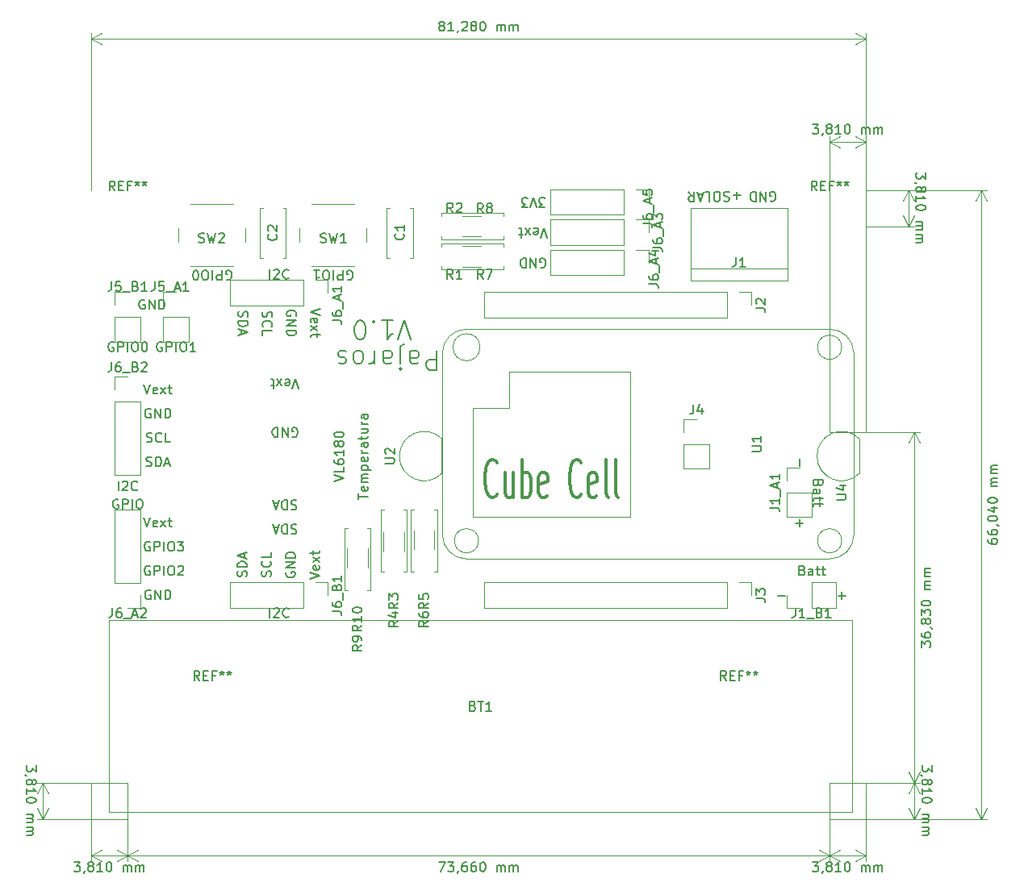
<source format=gto>
G04 #@! TF.GenerationSoftware,KiCad,Pcbnew,(5.1.6)-1*
G04 #@! TF.CreationDate,2020-10-11T12:38:22+02:00*
G04 #@! TF.ProjectId,AdaptaddorCubeCell,41646170-7461-4646-946f-724375626543,1.0*
G04 #@! TF.SameCoordinates,Original*
G04 #@! TF.FileFunction,Legend,Top*
G04 #@! TF.FilePolarity,Positive*
%FSLAX46Y46*%
G04 Gerber Fmt 4.6, Leading zero omitted, Abs format (unit mm)*
G04 Created by KiCad (PCBNEW (5.1.6)-1) date 2020-10-11 12:38:22*
%MOMM*%
%LPD*%
G01*
G04 APERTURE LIST*
%ADD10C,0.150000*%
%ADD11C,0.120000*%
%ADD12C,0.300000*%
G04 APERTURE END LIST*
D10*
X114387380Y-96622857D02*
X115387380Y-96289523D01*
X114387380Y-95956190D01*
X115387380Y-95146666D02*
X115387380Y-95622857D01*
X114387380Y-95622857D01*
X114387380Y-94384761D02*
X114387380Y-94575238D01*
X114435000Y-94670476D01*
X114482619Y-94718095D01*
X114625476Y-94813333D01*
X114815952Y-94860952D01*
X115196904Y-94860952D01*
X115292142Y-94813333D01*
X115339761Y-94765714D01*
X115387380Y-94670476D01*
X115387380Y-94480000D01*
X115339761Y-94384761D01*
X115292142Y-94337142D01*
X115196904Y-94289523D01*
X114958809Y-94289523D01*
X114863571Y-94337142D01*
X114815952Y-94384761D01*
X114768333Y-94480000D01*
X114768333Y-94670476D01*
X114815952Y-94765714D01*
X114863571Y-94813333D01*
X114958809Y-94860952D01*
X115387380Y-93337142D02*
X115387380Y-93908571D01*
X115387380Y-93622857D02*
X114387380Y-93622857D01*
X114530238Y-93718095D01*
X114625476Y-93813333D01*
X114673095Y-93908571D01*
X114815952Y-92765714D02*
X114768333Y-92860952D01*
X114720714Y-92908571D01*
X114625476Y-92956190D01*
X114577857Y-92956190D01*
X114482619Y-92908571D01*
X114435000Y-92860952D01*
X114387380Y-92765714D01*
X114387380Y-92575238D01*
X114435000Y-92480000D01*
X114482619Y-92432380D01*
X114577857Y-92384761D01*
X114625476Y-92384761D01*
X114720714Y-92432380D01*
X114768333Y-92480000D01*
X114815952Y-92575238D01*
X114815952Y-92765714D01*
X114863571Y-92860952D01*
X114911190Y-92908571D01*
X115006428Y-92956190D01*
X115196904Y-92956190D01*
X115292142Y-92908571D01*
X115339761Y-92860952D01*
X115387380Y-92765714D01*
X115387380Y-92575238D01*
X115339761Y-92480000D01*
X115292142Y-92432380D01*
X115196904Y-92384761D01*
X115006428Y-92384761D01*
X114911190Y-92432380D01*
X114863571Y-92480000D01*
X114815952Y-92575238D01*
X114387380Y-91765714D02*
X114387380Y-91670476D01*
X114435000Y-91575238D01*
X114482619Y-91527619D01*
X114577857Y-91480000D01*
X114768333Y-91432380D01*
X115006428Y-91432380D01*
X115196904Y-91480000D01*
X115292142Y-91527619D01*
X115339761Y-91575238D01*
X115387380Y-91670476D01*
X115387380Y-91765714D01*
X115339761Y-91860952D01*
X115292142Y-91908571D01*
X115196904Y-91956190D01*
X115006428Y-92003809D01*
X114768333Y-92003809D01*
X114577857Y-91956190D01*
X114482619Y-91908571D01*
X114435000Y-91860952D01*
X114387380Y-91765714D01*
X91710000Y-98560000D02*
X91614761Y-98512380D01*
X91471904Y-98512380D01*
X91329047Y-98560000D01*
X91233809Y-98655238D01*
X91186190Y-98750476D01*
X91138571Y-98940952D01*
X91138571Y-99083809D01*
X91186190Y-99274285D01*
X91233809Y-99369523D01*
X91329047Y-99464761D01*
X91471904Y-99512380D01*
X91567142Y-99512380D01*
X91710000Y-99464761D01*
X91757619Y-99417142D01*
X91757619Y-99083809D01*
X91567142Y-99083809D01*
X92186190Y-99512380D02*
X92186190Y-98512380D01*
X92567142Y-98512380D01*
X92662380Y-98560000D01*
X92710000Y-98607619D01*
X92757619Y-98702857D01*
X92757619Y-98845714D01*
X92710000Y-98940952D01*
X92662380Y-98988571D01*
X92567142Y-99036190D01*
X92186190Y-99036190D01*
X93186190Y-99512380D02*
X93186190Y-98512380D01*
X93852857Y-98512380D02*
X94043333Y-98512380D01*
X94138571Y-98560000D01*
X94233809Y-98655238D01*
X94281428Y-98845714D01*
X94281428Y-99179047D01*
X94233809Y-99369523D01*
X94138571Y-99464761D01*
X94043333Y-99512380D01*
X93852857Y-99512380D01*
X93757619Y-99464761D01*
X93662380Y-99369523D01*
X93614761Y-99179047D01*
X93614761Y-98845714D01*
X93662380Y-98655238D01*
X93757619Y-98560000D01*
X93852857Y-98512380D01*
X122427619Y-81740238D02*
X121760952Y-79740238D01*
X121094285Y-81740238D01*
X119380000Y-79740238D02*
X120522857Y-79740238D01*
X119951428Y-79740238D02*
X119951428Y-81740238D01*
X120141904Y-81454523D01*
X120332380Y-81264047D01*
X120522857Y-81168809D01*
X118522857Y-79930714D02*
X118427619Y-79835476D01*
X118522857Y-79740238D01*
X118618095Y-79835476D01*
X118522857Y-79930714D01*
X118522857Y-79740238D01*
X117189523Y-81740238D02*
X116999047Y-81740238D01*
X116808571Y-81645000D01*
X116713333Y-81549761D01*
X116618095Y-81359285D01*
X116522857Y-80978333D01*
X116522857Y-80502142D01*
X116618095Y-80121190D01*
X116713333Y-79930714D01*
X116808571Y-79835476D01*
X116999047Y-79740238D01*
X117189523Y-79740238D01*
X117380000Y-79835476D01*
X117475238Y-79930714D01*
X117570476Y-80121190D01*
X117665714Y-80502142D01*
X117665714Y-80978333D01*
X117570476Y-81359285D01*
X117475238Y-81549761D01*
X117380000Y-81645000D01*
X117189523Y-81740238D01*
X125157857Y-82915238D02*
X125157857Y-84915238D01*
X124395952Y-84915238D01*
X124205476Y-84820000D01*
X124110238Y-84724761D01*
X124015000Y-84534285D01*
X124015000Y-84248571D01*
X124110238Y-84058095D01*
X124205476Y-83962857D01*
X124395952Y-83867619D01*
X125157857Y-83867619D01*
X122300714Y-82915238D02*
X122300714Y-83962857D01*
X122395952Y-84153333D01*
X122586428Y-84248571D01*
X122967380Y-84248571D01*
X123157857Y-84153333D01*
X122300714Y-83010476D02*
X122491190Y-82915238D01*
X122967380Y-82915238D01*
X123157857Y-83010476D01*
X123253095Y-83200952D01*
X123253095Y-83391428D01*
X123157857Y-83581904D01*
X122967380Y-83677142D01*
X122491190Y-83677142D01*
X122300714Y-83772380D01*
X121348333Y-84248571D02*
X121348333Y-82534285D01*
X121443571Y-82343809D01*
X121634047Y-82248571D01*
X121729285Y-82248571D01*
X121348333Y-84915238D02*
X121443571Y-84820000D01*
X121348333Y-84724761D01*
X121253095Y-84820000D01*
X121348333Y-84915238D01*
X121348333Y-84724761D01*
X119538809Y-82915238D02*
X119538809Y-83962857D01*
X119634047Y-84153333D01*
X119824523Y-84248571D01*
X120205476Y-84248571D01*
X120395952Y-84153333D01*
X119538809Y-83010476D02*
X119729285Y-82915238D01*
X120205476Y-82915238D01*
X120395952Y-83010476D01*
X120491190Y-83200952D01*
X120491190Y-83391428D01*
X120395952Y-83581904D01*
X120205476Y-83677142D01*
X119729285Y-83677142D01*
X119538809Y-83772380D01*
X118586428Y-82915238D02*
X118586428Y-84248571D01*
X118586428Y-83867619D02*
X118491190Y-84058095D01*
X118395952Y-84153333D01*
X118205476Y-84248571D01*
X118015000Y-84248571D01*
X117062619Y-82915238D02*
X117253095Y-83010476D01*
X117348333Y-83105714D01*
X117443571Y-83296190D01*
X117443571Y-83867619D01*
X117348333Y-84058095D01*
X117253095Y-84153333D01*
X117062619Y-84248571D01*
X116776904Y-84248571D01*
X116586428Y-84153333D01*
X116491190Y-84058095D01*
X116395952Y-83867619D01*
X116395952Y-83296190D01*
X116491190Y-83105714D01*
X116586428Y-83010476D01*
X116776904Y-82915238D01*
X117062619Y-82915238D01*
X115634047Y-83010476D02*
X115443571Y-82915238D01*
X115062619Y-82915238D01*
X114872142Y-83010476D01*
X114776904Y-83200952D01*
X114776904Y-83296190D01*
X114872142Y-83486666D01*
X115062619Y-83581904D01*
X115348333Y-83581904D01*
X115538809Y-83677142D01*
X115634047Y-83867619D01*
X115634047Y-83962857D01*
X115538809Y-84153333D01*
X115348333Y-84248571D01*
X115062619Y-84248571D01*
X114872142Y-84153333D01*
X116927380Y-98503809D02*
X116927380Y-97932380D01*
X117927380Y-98218095D02*
X116927380Y-98218095D01*
X117879761Y-97218095D02*
X117927380Y-97313333D01*
X117927380Y-97503809D01*
X117879761Y-97599047D01*
X117784523Y-97646666D01*
X117403571Y-97646666D01*
X117308333Y-97599047D01*
X117260714Y-97503809D01*
X117260714Y-97313333D01*
X117308333Y-97218095D01*
X117403571Y-97170476D01*
X117498809Y-97170476D01*
X117594047Y-97646666D01*
X117927380Y-96741904D02*
X117260714Y-96741904D01*
X117355952Y-96741904D02*
X117308333Y-96694285D01*
X117260714Y-96599047D01*
X117260714Y-96456190D01*
X117308333Y-96360952D01*
X117403571Y-96313333D01*
X117927380Y-96313333D01*
X117403571Y-96313333D02*
X117308333Y-96265714D01*
X117260714Y-96170476D01*
X117260714Y-96027619D01*
X117308333Y-95932380D01*
X117403571Y-95884761D01*
X117927380Y-95884761D01*
X117260714Y-95408571D02*
X118260714Y-95408571D01*
X117308333Y-95408571D02*
X117260714Y-95313333D01*
X117260714Y-95122857D01*
X117308333Y-95027619D01*
X117355952Y-94980000D01*
X117451190Y-94932380D01*
X117736904Y-94932380D01*
X117832142Y-94980000D01*
X117879761Y-95027619D01*
X117927380Y-95122857D01*
X117927380Y-95313333D01*
X117879761Y-95408571D01*
X117879761Y-94122857D02*
X117927380Y-94218095D01*
X117927380Y-94408571D01*
X117879761Y-94503809D01*
X117784523Y-94551428D01*
X117403571Y-94551428D01*
X117308333Y-94503809D01*
X117260714Y-94408571D01*
X117260714Y-94218095D01*
X117308333Y-94122857D01*
X117403571Y-94075238D01*
X117498809Y-94075238D01*
X117594047Y-94551428D01*
X117927380Y-93646666D02*
X117260714Y-93646666D01*
X117451190Y-93646666D02*
X117355952Y-93599047D01*
X117308333Y-93551428D01*
X117260714Y-93456190D01*
X117260714Y-93360952D01*
X117927380Y-92599047D02*
X117403571Y-92599047D01*
X117308333Y-92646666D01*
X117260714Y-92741904D01*
X117260714Y-92932380D01*
X117308333Y-93027619D01*
X117879761Y-92599047D02*
X117927380Y-92694285D01*
X117927380Y-92932380D01*
X117879761Y-93027619D01*
X117784523Y-93075238D01*
X117689285Y-93075238D01*
X117594047Y-93027619D01*
X117546428Y-92932380D01*
X117546428Y-92694285D01*
X117498809Y-92599047D01*
X117260714Y-92265714D02*
X117260714Y-91884761D01*
X116927380Y-92122857D02*
X117784523Y-92122857D01*
X117879761Y-92075238D01*
X117927380Y-91980000D01*
X117927380Y-91884761D01*
X117260714Y-91122857D02*
X117927380Y-91122857D01*
X117260714Y-91551428D02*
X117784523Y-91551428D01*
X117879761Y-91503809D01*
X117927380Y-91408571D01*
X117927380Y-91265714D01*
X117879761Y-91170476D01*
X117832142Y-91122857D01*
X117927380Y-90646666D02*
X117260714Y-90646666D01*
X117451190Y-90646666D02*
X117355952Y-90599047D01*
X117308333Y-90551428D01*
X117260714Y-90456190D01*
X117260714Y-90360952D01*
X117927380Y-89599047D02*
X117403571Y-89599047D01*
X117308333Y-89646666D01*
X117260714Y-89741904D01*
X117260714Y-89932380D01*
X117308333Y-90027619D01*
X117879761Y-89599047D02*
X117927380Y-89694285D01*
X117927380Y-89932380D01*
X117879761Y-90027619D01*
X117784523Y-90075238D01*
X117689285Y-90075238D01*
X117594047Y-90027619D01*
X117546428Y-89932380D01*
X117546428Y-89694285D01*
X117498809Y-89599047D01*
X110672380Y-86907619D02*
X110339047Y-85907619D01*
X110005714Y-86907619D01*
X109291428Y-85955238D02*
X109386666Y-85907619D01*
X109577142Y-85907619D01*
X109672380Y-85955238D01*
X109720000Y-86050476D01*
X109720000Y-86431428D01*
X109672380Y-86526666D01*
X109577142Y-86574285D01*
X109386666Y-86574285D01*
X109291428Y-86526666D01*
X109243809Y-86431428D01*
X109243809Y-86336190D01*
X109720000Y-86240952D01*
X108910476Y-85907619D02*
X108386666Y-86574285D01*
X108910476Y-86574285D02*
X108386666Y-85907619D01*
X108148571Y-86574285D02*
X107767619Y-86574285D01*
X108005714Y-86907619D02*
X108005714Y-86050476D01*
X107958095Y-85955238D01*
X107862857Y-85907619D01*
X107767619Y-85907619D01*
X109981904Y-91940000D02*
X110077142Y-91987619D01*
X110220000Y-91987619D01*
X110362857Y-91940000D01*
X110458095Y-91844761D01*
X110505714Y-91749523D01*
X110553333Y-91559047D01*
X110553333Y-91416190D01*
X110505714Y-91225714D01*
X110458095Y-91130476D01*
X110362857Y-91035238D01*
X110220000Y-90987619D01*
X110124761Y-90987619D01*
X109981904Y-91035238D01*
X109934285Y-91082857D01*
X109934285Y-91416190D01*
X110124761Y-91416190D01*
X109505714Y-90987619D02*
X109505714Y-91987619D01*
X108934285Y-90987619D01*
X108934285Y-91987619D01*
X108458095Y-90987619D02*
X108458095Y-91987619D01*
X108220000Y-91987619D01*
X108077142Y-91940000D01*
X107981904Y-91844761D01*
X107934285Y-91749523D01*
X107886666Y-91559047D01*
X107886666Y-91416190D01*
X107934285Y-91225714D01*
X107981904Y-91130476D01*
X108077142Y-91035238D01*
X108220000Y-90987619D01*
X108458095Y-90987619D01*
X110434285Y-98655238D02*
X110291428Y-98607619D01*
X110053333Y-98607619D01*
X109958095Y-98655238D01*
X109910476Y-98702857D01*
X109862857Y-98798095D01*
X109862857Y-98893333D01*
X109910476Y-98988571D01*
X109958095Y-99036190D01*
X110053333Y-99083809D01*
X110243809Y-99131428D01*
X110339047Y-99179047D01*
X110386666Y-99226666D01*
X110434285Y-99321904D01*
X110434285Y-99417142D01*
X110386666Y-99512380D01*
X110339047Y-99560000D01*
X110243809Y-99607619D01*
X110005714Y-99607619D01*
X109862857Y-99560000D01*
X109434285Y-98607619D02*
X109434285Y-99607619D01*
X109196190Y-99607619D01*
X109053333Y-99560000D01*
X108958095Y-99464761D01*
X108910476Y-99369523D01*
X108862857Y-99179047D01*
X108862857Y-99036190D01*
X108910476Y-98845714D01*
X108958095Y-98750476D01*
X109053333Y-98655238D01*
X109196190Y-98607619D01*
X109434285Y-98607619D01*
X108481904Y-98893333D02*
X108005714Y-98893333D01*
X108577142Y-98607619D02*
X108243809Y-99607619D01*
X107910476Y-98607619D01*
X110434285Y-101195238D02*
X110291428Y-101147619D01*
X110053333Y-101147619D01*
X109958095Y-101195238D01*
X109910476Y-101242857D01*
X109862857Y-101338095D01*
X109862857Y-101433333D01*
X109910476Y-101528571D01*
X109958095Y-101576190D01*
X110053333Y-101623809D01*
X110243809Y-101671428D01*
X110339047Y-101719047D01*
X110386666Y-101766666D01*
X110434285Y-101861904D01*
X110434285Y-101957142D01*
X110386666Y-102052380D01*
X110339047Y-102100000D01*
X110243809Y-102147619D01*
X110005714Y-102147619D01*
X109862857Y-102100000D01*
X109434285Y-101147619D02*
X109434285Y-102147619D01*
X109196190Y-102147619D01*
X109053333Y-102100000D01*
X108958095Y-102004761D01*
X108910476Y-101909523D01*
X108862857Y-101719047D01*
X108862857Y-101576190D01*
X108910476Y-101385714D01*
X108958095Y-101290476D01*
X109053333Y-101195238D01*
X109196190Y-101147619D01*
X109434285Y-101147619D01*
X108481904Y-101433333D02*
X108005714Y-101433333D01*
X108577142Y-101147619D02*
X108243809Y-102147619D01*
X107910476Y-101147619D01*
X94432619Y-100417380D02*
X94765952Y-101417380D01*
X95099285Y-100417380D01*
X95813571Y-101369761D02*
X95718333Y-101417380D01*
X95527857Y-101417380D01*
X95432619Y-101369761D01*
X95385000Y-101274523D01*
X95385000Y-100893571D01*
X95432619Y-100798333D01*
X95527857Y-100750714D01*
X95718333Y-100750714D01*
X95813571Y-100798333D01*
X95861190Y-100893571D01*
X95861190Y-100988809D01*
X95385000Y-101084047D01*
X96194523Y-101417380D02*
X96718333Y-100750714D01*
X96194523Y-100750714D02*
X96718333Y-101417380D01*
X96956428Y-100750714D02*
X97337380Y-100750714D01*
X97099285Y-100417380D02*
X97099285Y-101274523D01*
X97146904Y-101369761D01*
X97242142Y-101417380D01*
X97337380Y-101417380D01*
X95123095Y-108085000D02*
X95027857Y-108037380D01*
X94885000Y-108037380D01*
X94742142Y-108085000D01*
X94646904Y-108180238D01*
X94599285Y-108275476D01*
X94551666Y-108465952D01*
X94551666Y-108608809D01*
X94599285Y-108799285D01*
X94646904Y-108894523D01*
X94742142Y-108989761D01*
X94885000Y-109037380D01*
X94980238Y-109037380D01*
X95123095Y-108989761D01*
X95170714Y-108942142D01*
X95170714Y-108608809D01*
X94980238Y-108608809D01*
X95599285Y-109037380D02*
X95599285Y-108037380D01*
X96170714Y-109037380D01*
X96170714Y-108037380D01*
X96646904Y-109037380D02*
X96646904Y-108037380D01*
X96885000Y-108037380D01*
X97027857Y-108085000D01*
X97123095Y-108180238D01*
X97170714Y-108275476D01*
X97218333Y-108465952D01*
X97218333Y-108608809D01*
X97170714Y-108799285D01*
X97123095Y-108894523D01*
X97027857Y-108989761D01*
X96885000Y-109037380D01*
X96646904Y-109037380D01*
X95043809Y-103005000D02*
X94948571Y-102957380D01*
X94805714Y-102957380D01*
X94662857Y-103005000D01*
X94567619Y-103100238D01*
X94520000Y-103195476D01*
X94472380Y-103385952D01*
X94472380Y-103528809D01*
X94520000Y-103719285D01*
X94567619Y-103814523D01*
X94662857Y-103909761D01*
X94805714Y-103957380D01*
X94900952Y-103957380D01*
X95043809Y-103909761D01*
X95091428Y-103862142D01*
X95091428Y-103528809D01*
X94900952Y-103528809D01*
X95520000Y-103957380D02*
X95520000Y-102957380D01*
X95900952Y-102957380D01*
X95996190Y-103005000D01*
X96043809Y-103052619D01*
X96091428Y-103147857D01*
X96091428Y-103290714D01*
X96043809Y-103385952D01*
X95996190Y-103433571D01*
X95900952Y-103481190D01*
X95520000Y-103481190D01*
X96520000Y-103957380D02*
X96520000Y-102957380D01*
X97186666Y-102957380D02*
X97377142Y-102957380D01*
X97472380Y-103005000D01*
X97567619Y-103100238D01*
X97615238Y-103290714D01*
X97615238Y-103624047D01*
X97567619Y-103814523D01*
X97472380Y-103909761D01*
X97377142Y-103957380D01*
X97186666Y-103957380D01*
X97091428Y-103909761D01*
X96996190Y-103814523D01*
X96948571Y-103624047D01*
X96948571Y-103290714D01*
X96996190Y-103100238D01*
X97091428Y-103005000D01*
X97186666Y-102957380D01*
X97948571Y-102957380D02*
X98567619Y-102957380D01*
X98234285Y-103338333D01*
X98377142Y-103338333D01*
X98472380Y-103385952D01*
X98520000Y-103433571D01*
X98567619Y-103528809D01*
X98567619Y-103766904D01*
X98520000Y-103862142D01*
X98472380Y-103909761D01*
X98377142Y-103957380D01*
X98091428Y-103957380D01*
X97996190Y-103909761D01*
X97948571Y-103862142D01*
X95043809Y-105545000D02*
X94948571Y-105497380D01*
X94805714Y-105497380D01*
X94662857Y-105545000D01*
X94567619Y-105640238D01*
X94520000Y-105735476D01*
X94472380Y-105925952D01*
X94472380Y-106068809D01*
X94520000Y-106259285D01*
X94567619Y-106354523D01*
X94662857Y-106449761D01*
X94805714Y-106497380D01*
X94900952Y-106497380D01*
X95043809Y-106449761D01*
X95091428Y-106402142D01*
X95091428Y-106068809D01*
X94900952Y-106068809D01*
X95520000Y-106497380D02*
X95520000Y-105497380D01*
X95900952Y-105497380D01*
X95996190Y-105545000D01*
X96043809Y-105592619D01*
X96091428Y-105687857D01*
X96091428Y-105830714D01*
X96043809Y-105925952D01*
X95996190Y-105973571D01*
X95900952Y-106021190D01*
X95520000Y-106021190D01*
X96520000Y-106497380D02*
X96520000Y-105497380D01*
X97186666Y-105497380D02*
X97377142Y-105497380D01*
X97472380Y-105545000D01*
X97567619Y-105640238D01*
X97615238Y-105830714D01*
X97615238Y-106164047D01*
X97567619Y-106354523D01*
X97472380Y-106449761D01*
X97377142Y-106497380D01*
X97186666Y-106497380D01*
X97091428Y-106449761D01*
X96996190Y-106354523D01*
X96948571Y-106164047D01*
X96948571Y-105830714D01*
X96996190Y-105640238D01*
X97091428Y-105545000D01*
X97186666Y-105497380D01*
X97996190Y-105592619D02*
X98043809Y-105545000D01*
X98139047Y-105497380D01*
X98377142Y-105497380D01*
X98472380Y-105545000D01*
X98520000Y-105592619D01*
X98567619Y-105687857D01*
X98567619Y-105783095D01*
X98520000Y-105925952D01*
X97948571Y-106497380D01*
X98567619Y-106497380D01*
X94488095Y-77605000D02*
X94392857Y-77557380D01*
X94250000Y-77557380D01*
X94107142Y-77605000D01*
X94011904Y-77700238D01*
X93964285Y-77795476D01*
X93916666Y-77985952D01*
X93916666Y-78128809D01*
X93964285Y-78319285D01*
X94011904Y-78414523D01*
X94107142Y-78509761D01*
X94250000Y-78557380D01*
X94345238Y-78557380D01*
X94488095Y-78509761D01*
X94535714Y-78462142D01*
X94535714Y-78128809D01*
X94345238Y-78128809D01*
X94964285Y-78557380D02*
X94964285Y-77557380D01*
X95535714Y-78557380D01*
X95535714Y-77557380D01*
X96011904Y-78557380D02*
X96011904Y-77557380D01*
X96250000Y-77557380D01*
X96392857Y-77605000D01*
X96488095Y-77700238D01*
X96535714Y-77795476D01*
X96583333Y-77985952D01*
X96583333Y-78128809D01*
X96535714Y-78319285D01*
X96488095Y-78414523D01*
X96392857Y-78509761D01*
X96250000Y-78557380D01*
X96011904Y-78557380D01*
X96313809Y-82050000D02*
X96218571Y-82002380D01*
X96075714Y-82002380D01*
X95932857Y-82050000D01*
X95837619Y-82145238D01*
X95790000Y-82240476D01*
X95742380Y-82430952D01*
X95742380Y-82573809D01*
X95790000Y-82764285D01*
X95837619Y-82859523D01*
X95932857Y-82954761D01*
X96075714Y-83002380D01*
X96170952Y-83002380D01*
X96313809Y-82954761D01*
X96361428Y-82907142D01*
X96361428Y-82573809D01*
X96170952Y-82573809D01*
X96790000Y-83002380D02*
X96790000Y-82002380D01*
X97170952Y-82002380D01*
X97266190Y-82050000D01*
X97313809Y-82097619D01*
X97361428Y-82192857D01*
X97361428Y-82335714D01*
X97313809Y-82430952D01*
X97266190Y-82478571D01*
X97170952Y-82526190D01*
X96790000Y-82526190D01*
X97790000Y-83002380D02*
X97790000Y-82002380D01*
X98456666Y-82002380D02*
X98647142Y-82002380D01*
X98742380Y-82050000D01*
X98837619Y-82145238D01*
X98885238Y-82335714D01*
X98885238Y-82669047D01*
X98837619Y-82859523D01*
X98742380Y-82954761D01*
X98647142Y-83002380D01*
X98456666Y-83002380D01*
X98361428Y-82954761D01*
X98266190Y-82859523D01*
X98218571Y-82669047D01*
X98218571Y-82335714D01*
X98266190Y-82145238D01*
X98361428Y-82050000D01*
X98456666Y-82002380D01*
X99837619Y-83002380D02*
X99266190Y-83002380D01*
X99551904Y-83002380D02*
X99551904Y-82002380D01*
X99456666Y-82145238D01*
X99361428Y-82240476D01*
X99266190Y-82288095D01*
X91233809Y-82050000D02*
X91138571Y-82002380D01*
X90995714Y-82002380D01*
X90852857Y-82050000D01*
X90757619Y-82145238D01*
X90710000Y-82240476D01*
X90662380Y-82430952D01*
X90662380Y-82573809D01*
X90710000Y-82764285D01*
X90757619Y-82859523D01*
X90852857Y-82954761D01*
X90995714Y-83002380D01*
X91090952Y-83002380D01*
X91233809Y-82954761D01*
X91281428Y-82907142D01*
X91281428Y-82573809D01*
X91090952Y-82573809D01*
X91710000Y-83002380D02*
X91710000Y-82002380D01*
X92090952Y-82002380D01*
X92186190Y-82050000D01*
X92233809Y-82097619D01*
X92281428Y-82192857D01*
X92281428Y-82335714D01*
X92233809Y-82430952D01*
X92186190Y-82478571D01*
X92090952Y-82526190D01*
X91710000Y-82526190D01*
X92710000Y-83002380D02*
X92710000Y-82002380D01*
X93376666Y-82002380D02*
X93567142Y-82002380D01*
X93662380Y-82050000D01*
X93757619Y-82145238D01*
X93805238Y-82335714D01*
X93805238Y-82669047D01*
X93757619Y-82859523D01*
X93662380Y-82954761D01*
X93567142Y-83002380D01*
X93376666Y-83002380D01*
X93281428Y-82954761D01*
X93186190Y-82859523D01*
X93138571Y-82669047D01*
X93138571Y-82335714D01*
X93186190Y-82145238D01*
X93281428Y-82050000D01*
X93376666Y-82002380D01*
X94424285Y-82002380D02*
X94519523Y-82002380D01*
X94614761Y-82050000D01*
X94662380Y-82097619D01*
X94710000Y-82192857D01*
X94757619Y-82383333D01*
X94757619Y-82621428D01*
X94710000Y-82811904D01*
X94662380Y-82907142D01*
X94614761Y-82954761D01*
X94519523Y-83002380D01*
X94424285Y-83002380D01*
X94329047Y-82954761D01*
X94281428Y-82907142D01*
X94233809Y-82811904D01*
X94186190Y-82621428D01*
X94186190Y-82383333D01*
X94233809Y-82192857D01*
X94281428Y-82097619D01*
X94329047Y-82050000D01*
X94424285Y-82002380D01*
X103076190Y-75430000D02*
X103171428Y-75477619D01*
X103314285Y-75477619D01*
X103457142Y-75430000D01*
X103552380Y-75334761D01*
X103600000Y-75239523D01*
X103647619Y-75049047D01*
X103647619Y-74906190D01*
X103600000Y-74715714D01*
X103552380Y-74620476D01*
X103457142Y-74525238D01*
X103314285Y-74477619D01*
X103219047Y-74477619D01*
X103076190Y-74525238D01*
X103028571Y-74572857D01*
X103028571Y-74906190D01*
X103219047Y-74906190D01*
X102600000Y-74477619D02*
X102600000Y-75477619D01*
X102219047Y-75477619D01*
X102123809Y-75430000D01*
X102076190Y-75382380D01*
X102028571Y-75287142D01*
X102028571Y-75144285D01*
X102076190Y-75049047D01*
X102123809Y-75001428D01*
X102219047Y-74953809D01*
X102600000Y-74953809D01*
X101600000Y-74477619D02*
X101600000Y-75477619D01*
X100933333Y-75477619D02*
X100742857Y-75477619D01*
X100647619Y-75430000D01*
X100552380Y-75334761D01*
X100504761Y-75144285D01*
X100504761Y-74810952D01*
X100552380Y-74620476D01*
X100647619Y-74525238D01*
X100742857Y-74477619D01*
X100933333Y-74477619D01*
X101028571Y-74525238D01*
X101123809Y-74620476D01*
X101171428Y-74810952D01*
X101171428Y-75144285D01*
X101123809Y-75334761D01*
X101028571Y-75430000D01*
X100933333Y-75477619D01*
X99885714Y-75477619D02*
X99790476Y-75477619D01*
X99695238Y-75430000D01*
X99647619Y-75382380D01*
X99600000Y-75287142D01*
X99552380Y-75096666D01*
X99552380Y-74858571D01*
X99600000Y-74668095D01*
X99647619Y-74572857D01*
X99695238Y-74525238D01*
X99790476Y-74477619D01*
X99885714Y-74477619D01*
X99980952Y-74525238D01*
X100028571Y-74572857D01*
X100076190Y-74668095D01*
X100123809Y-74858571D01*
X100123809Y-75096666D01*
X100076190Y-75287142D01*
X100028571Y-75382380D01*
X99980952Y-75430000D01*
X99885714Y-75477619D01*
X115776190Y-75430000D02*
X115871428Y-75477619D01*
X116014285Y-75477619D01*
X116157142Y-75430000D01*
X116252380Y-75334761D01*
X116300000Y-75239523D01*
X116347619Y-75049047D01*
X116347619Y-74906190D01*
X116300000Y-74715714D01*
X116252380Y-74620476D01*
X116157142Y-74525238D01*
X116014285Y-74477619D01*
X115919047Y-74477619D01*
X115776190Y-74525238D01*
X115728571Y-74572857D01*
X115728571Y-74906190D01*
X115919047Y-74906190D01*
X115300000Y-74477619D02*
X115300000Y-75477619D01*
X114919047Y-75477619D01*
X114823809Y-75430000D01*
X114776190Y-75382380D01*
X114728571Y-75287142D01*
X114728571Y-75144285D01*
X114776190Y-75049047D01*
X114823809Y-75001428D01*
X114919047Y-74953809D01*
X115300000Y-74953809D01*
X114300000Y-74477619D02*
X114300000Y-75477619D01*
X113633333Y-75477619D02*
X113442857Y-75477619D01*
X113347619Y-75430000D01*
X113252380Y-75334761D01*
X113204761Y-75144285D01*
X113204761Y-74810952D01*
X113252380Y-74620476D01*
X113347619Y-74525238D01*
X113442857Y-74477619D01*
X113633333Y-74477619D01*
X113728571Y-74525238D01*
X113823809Y-74620476D01*
X113871428Y-74810952D01*
X113871428Y-75144285D01*
X113823809Y-75334761D01*
X113728571Y-75430000D01*
X113633333Y-75477619D01*
X112252380Y-74477619D02*
X112823809Y-74477619D01*
X112538095Y-74477619D02*
X112538095Y-75477619D01*
X112633333Y-75334761D01*
X112728571Y-75239523D01*
X112823809Y-75191904D01*
X112942619Y-78557619D02*
X111942619Y-78890952D01*
X112942619Y-79224285D01*
X111990238Y-79938571D02*
X111942619Y-79843333D01*
X111942619Y-79652857D01*
X111990238Y-79557619D01*
X112085476Y-79510000D01*
X112466428Y-79510000D01*
X112561666Y-79557619D01*
X112609285Y-79652857D01*
X112609285Y-79843333D01*
X112561666Y-79938571D01*
X112466428Y-79986190D01*
X112371190Y-79986190D01*
X112275952Y-79510000D01*
X111942619Y-80319523D02*
X112609285Y-80843333D01*
X112609285Y-80319523D02*
X111942619Y-80843333D01*
X112609285Y-81081428D02*
X112609285Y-81462380D01*
X112942619Y-81224285D02*
X112085476Y-81224285D01*
X111990238Y-81271904D01*
X111942619Y-81367142D01*
X111942619Y-81462380D01*
X110355000Y-79248095D02*
X110402619Y-79152857D01*
X110402619Y-79010000D01*
X110355000Y-78867142D01*
X110259761Y-78771904D01*
X110164523Y-78724285D01*
X109974047Y-78676666D01*
X109831190Y-78676666D01*
X109640714Y-78724285D01*
X109545476Y-78771904D01*
X109450238Y-78867142D01*
X109402619Y-79010000D01*
X109402619Y-79105238D01*
X109450238Y-79248095D01*
X109497857Y-79295714D01*
X109831190Y-79295714D01*
X109831190Y-79105238D01*
X109402619Y-79724285D02*
X110402619Y-79724285D01*
X109402619Y-80295714D01*
X110402619Y-80295714D01*
X109402619Y-80771904D02*
X110402619Y-80771904D01*
X110402619Y-81010000D01*
X110355000Y-81152857D01*
X110259761Y-81248095D01*
X110164523Y-81295714D01*
X109974047Y-81343333D01*
X109831190Y-81343333D01*
X109640714Y-81295714D01*
X109545476Y-81248095D01*
X109450238Y-81152857D01*
X109402619Y-81010000D01*
X109402619Y-80771904D01*
X104370238Y-78795714D02*
X104322619Y-78938571D01*
X104322619Y-79176666D01*
X104370238Y-79271904D01*
X104417857Y-79319523D01*
X104513095Y-79367142D01*
X104608333Y-79367142D01*
X104703571Y-79319523D01*
X104751190Y-79271904D01*
X104798809Y-79176666D01*
X104846428Y-78986190D01*
X104894047Y-78890952D01*
X104941666Y-78843333D01*
X105036904Y-78795714D01*
X105132142Y-78795714D01*
X105227380Y-78843333D01*
X105275000Y-78890952D01*
X105322619Y-78986190D01*
X105322619Y-79224285D01*
X105275000Y-79367142D01*
X104322619Y-79795714D02*
X105322619Y-79795714D01*
X105322619Y-80033809D01*
X105275000Y-80176666D01*
X105179761Y-80271904D01*
X105084523Y-80319523D01*
X104894047Y-80367142D01*
X104751190Y-80367142D01*
X104560714Y-80319523D01*
X104465476Y-80271904D01*
X104370238Y-80176666D01*
X104322619Y-80033809D01*
X104322619Y-79795714D01*
X104608333Y-80748095D02*
X104608333Y-81224285D01*
X104322619Y-80652857D02*
X105322619Y-80986190D01*
X104322619Y-81319523D01*
X106910238Y-78819523D02*
X106862619Y-78962380D01*
X106862619Y-79200476D01*
X106910238Y-79295714D01*
X106957857Y-79343333D01*
X107053095Y-79390952D01*
X107148333Y-79390952D01*
X107243571Y-79343333D01*
X107291190Y-79295714D01*
X107338809Y-79200476D01*
X107386428Y-79010000D01*
X107434047Y-78914761D01*
X107481666Y-78867142D01*
X107576904Y-78819523D01*
X107672142Y-78819523D01*
X107767380Y-78867142D01*
X107815000Y-78914761D01*
X107862619Y-79010000D01*
X107862619Y-79248095D01*
X107815000Y-79390952D01*
X106957857Y-80390952D02*
X106910238Y-80343333D01*
X106862619Y-80200476D01*
X106862619Y-80105238D01*
X106910238Y-79962380D01*
X107005476Y-79867142D01*
X107100714Y-79819523D01*
X107291190Y-79771904D01*
X107434047Y-79771904D01*
X107624523Y-79819523D01*
X107719761Y-79867142D01*
X107815000Y-79962380D01*
X107862619Y-80105238D01*
X107862619Y-80200476D01*
X107815000Y-80343333D01*
X107767380Y-80390952D01*
X106862619Y-81295714D02*
X106862619Y-80819523D01*
X107862619Y-80819523D01*
X107608809Y-75382380D02*
X107608809Y-74382380D01*
X108037380Y-74477619D02*
X108085000Y-74430000D01*
X108180238Y-74382380D01*
X108418333Y-74382380D01*
X108513571Y-74430000D01*
X108561190Y-74477619D01*
X108608809Y-74572857D01*
X108608809Y-74668095D01*
X108561190Y-74810952D01*
X107989761Y-75382380D01*
X108608809Y-75382380D01*
X109608809Y-75287142D02*
X109561190Y-75334761D01*
X109418333Y-75382380D01*
X109323095Y-75382380D01*
X109180238Y-75334761D01*
X109085000Y-75239523D01*
X109037380Y-75144285D01*
X108989761Y-74953809D01*
X108989761Y-74810952D01*
X109037380Y-74620476D01*
X109085000Y-74525238D01*
X109180238Y-74430000D01*
X109323095Y-74382380D01*
X109418333Y-74382380D01*
X109561190Y-74430000D01*
X109608809Y-74477619D01*
X91733809Y-97607380D02*
X91733809Y-96607380D01*
X92162380Y-96702619D02*
X92210000Y-96655000D01*
X92305238Y-96607380D01*
X92543333Y-96607380D01*
X92638571Y-96655000D01*
X92686190Y-96702619D01*
X92733809Y-96797857D01*
X92733809Y-96893095D01*
X92686190Y-97035952D01*
X92114761Y-97607380D01*
X92733809Y-97607380D01*
X93733809Y-97512142D02*
X93686190Y-97559761D01*
X93543333Y-97607380D01*
X93448095Y-97607380D01*
X93305238Y-97559761D01*
X93210000Y-97464523D01*
X93162380Y-97369285D01*
X93114761Y-97178809D01*
X93114761Y-97035952D01*
X93162380Y-96845476D01*
X93210000Y-96750238D01*
X93305238Y-96655000D01*
X93448095Y-96607380D01*
X93543333Y-96607380D01*
X93686190Y-96655000D01*
X93733809Y-96702619D01*
X107608809Y-110942380D02*
X107608809Y-109942380D01*
X108037380Y-110037619D02*
X108085000Y-109990000D01*
X108180238Y-109942380D01*
X108418333Y-109942380D01*
X108513571Y-109990000D01*
X108561190Y-110037619D01*
X108608809Y-110132857D01*
X108608809Y-110228095D01*
X108561190Y-110370952D01*
X107989761Y-110942380D01*
X108608809Y-110942380D01*
X109608809Y-110847142D02*
X109561190Y-110894761D01*
X109418333Y-110942380D01*
X109323095Y-110942380D01*
X109180238Y-110894761D01*
X109085000Y-110799523D01*
X109037380Y-110704285D01*
X108989761Y-110513809D01*
X108989761Y-110370952D01*
X109037380Y-110180476D01*
X109085000Y-110085238D01*
X109180238Y-109990000D01*
X109323095Y-109942380D01*
X109418333Y-109942380D01*
X109561190Y-109990000D01*
X109608809Y-110037619D01*
X94432619Y-86447380D02*
X94765952Y-87447380D01*
X95099285Y-86447380D01*
X95813571Y-87399761D02*
X95718333Y-87447380D01*
X95527857Y-87447380D01*
X95432619Y-87399761D01*
X95385000Y-87304523D01*
X95385000Y-86923571D01*
X95432619Y-86828333D01*
X95527857Y-86780714D01*
X95718333Y-86780714D01*
X95813571Y-86828333D01*
X95861190Y-86923571D01*
X95861190Y-87018809D01*
X95385000Y-87114047D01*
X96194523Y-87447380D02*
X96718333Y-86780714D01*
X96194523Y-86780714D02*
X96718333Y-87447380D01*
X96956428Y-86780714D02*
X97337380Y-86780714D01*
X97099285Y-86447380D02*
X97099285Y-87304523D01*
X97146904Y-87399761D01*
X97242142Y-87447380D01*
X97337380Y-87447380D01*
X95123095Y-89035000D02*
X95027857Y-88987380D01*
X94885000Y-88987380D01*
X94742142Y-89035000D01*
X94646904Y-89130238D01*
X94599285Y-89225476D01*
X94551666Y-89415952D01*
X94551666Y-89558809D01*
X94599285Y-89749285D01*
X94646904Y-89844523D01*
X94742142Y-89939761D01*
X94885000Y-89987380D01*
X94980238Y-89987380D01*
X95123095Y-89939761D01*
X95170714Y-89892142D01*
X95170714Y-89558809D01*
X94980238Y-89558809D01*
X95599285Y-89987380D02*
X95599285Y-88987380D01*
X96170714Y-89987380D01*
X96170714Y-88987380D01*
X96646904Y-89987380D02*
X96646904Y-88987380D01*
X96885000Y-88987380D01*
X97027857Y-89035000D01*
X97123095Y-89130238D01*
X97170714Y-89225476D01*
X97218333Y-89415952D01*
X97218333Y-89558809D01*
X97170714Y-89749285D01*
X97123095Y-89844523D01*
X97027857Y-89939761D01*
X96885000Y-89987380D01*
X96646904Y-89987380D01*
X94670714Y-95019761D02*
X94813571Y-95067380D01*
X95051666Y-95067380D01*
X95146904Y-95019761D01*
X95194523Y-94972142D01*
X95242142Y-94876904D01*
X95242142Y-94781666D01*
X95194523Y-94686428D01*
X95146904Y-94638809D01*
X95051666Y-94591190D01*
X94861190Y-94543571D01*
X94765952Y-94495952D01*
X94718333Y-94448333D01*
X94670714Y-94353095D01*
X94670714Y-94257857D01*
X94718333Y-94162619D01*
X94765952Y-94115000D01*
X94861190Y-94067380D01*
X95099285Y-94067380D01*
X95242142Y-94115000D01*
X95670714Y-95067380D02*
X95670714Y-94067380D01*
X95908809Y-94067380D01*
X96051666Y-94115000D01*
X96146904Y-94210238D01*
X96194523Y-94305476D01*
X96242142Y-94495952D01*
X96242142Y-94638809D01*
X96194523Y-94829285D01*
X96146904Y-94924523D01*
X96051666Y-95019761D01*
X95908809Y-95067380D01*
X95670714Y-95067380D01*
X96623095Y-94781666D02*
X97099285Y-94781666D01*
X96527857Y-95067380D02*
X96861190Y-94067380D01*
X97194523Y-95067380D01*
X94694523Y-92479761D02*
X94837380Y-92527380D01*
X95075476Y-92527380D01*
X95170714Y-92479761D01*
X95218333Y-92432142D01*
X95265952Y-92336904D01*
X95265952Y-92241666D01*
X95218333Y-92146428D01*
X95170714Y-92098809D01*
X95075476Y-92051190D01*
X94885000Y-92003571D01*
X94789761Y-91955952D01*
X94742142Y-91908333D01*
X94694523Y-91813095D01*
X94694523Y-91717857D01*
X94742142Y-91622619D01*
X94789761Y-91575000D01*
X94885000Y-91527380D01*
X95123095Y-91527380D01*
X95265952Y-91575000D01*
X96265952Y-92432142D02*
X96218333Y-92479761D01*
X96075476Y-92527380D01*
X95980238Y-92527380D01*
X95837380Y-92479761D01*
X95742142Y-92384523D01*
X95694523Y-92289285D01*
X95646904Y-92098809D01*
X95646904Y-91955952D01*
X95694523Y-91765476D01*
X95742142Y-91670238D01*
X95837380Y-91575000D01*
X95980238Y-91527380D01*
X96075476Y-91527380D01*
X96218333Y-91575000D01*
X96265952Y-91622619D01*
X97170714Y-92527380D02*
X96694523Y-92527380D01*
X96694523Y-91527380D01*
X111847380Y-106862380D02*
X112847380Y-106529047D01*
X111847380Y-106195714D01*
X112799761Y-105481428D02*
X112847380Y-105576666D01*
X112847380Y-105767142D01*
X112799761Y-105862380D01*
X112704523Y-105910000D01*
X112323571Y-105910000D01*
X112228333Y-105862380D01*
X112180714Y-105767142D01*
X112180714Y-105576666D01*
X112228333Y-105481428D01*
X112323571Y-105433809D01*
X112418809Y-105433809D01*
X112514047Y-105910000D01*
X112847380Y-105100476D02*
X112180714Y-104576666D01*
X112180714Y-105100476D02*
X112847380Y-104576666D01*
X112180714Y-104338571D02*
X112180714Y-103957619D01*
X111847380Y-104195714D02*
X112704523Y-104195714D01*
X112799761Y-104148095D01*
X112847380Y-104052857D01*
X112847380Y-103957619D01*
X109355000Y-106171904D02*
X109307380Y-106267142D01*
X109307380Y-106410000D01*
X109355000Y-106552857D01*
X109450238Y-106648095D01*
X109545476Y-106695714D01*
X109735952Y-106743333D01*
X109878809Y-106743333D01*
X110069285Y-106695714D01*
X110164523Y-106648095D01*
X110259761Y-106552857D01*
X110307380Y-106410000D01*
X110307380Y-106314761D01*
X110259761Y-106171904D01*
X110212142Y-106124285D01*
X109878809Y-106124285D01*
X109878809Y-106314761D01*
X110307380Y-105695714D02*
X109307380Y-105695714D01*
X110307380Y-105124285D01*
X109307380Y-105124285D01*
X110307380Y-104648095D02*
X109307380Y-104648095D01*
X109307380Y-104410000D01*
X109355000Y-104267142D01*
X109450238Y-104171904D01*
X109545476Y-104124285D01*
X109735952Y-104076666D01*
X109878809Y-104076666D01*
X110069285Y-104124285D01*
X110164523Y-104171904D01*
X110259761Y-104267142D01*
X110307380Y-104410000D01*
X110307380Y-104648095D01*
X107719761Y-106600476D02*
X107767380Y-106457619D01*
X107767380Y-106219523D01*
X107719761Y-106124285D01*
X107672142Y-106076666D01*
X107576904Y-106029047D01*
X107481666Y-106029047D01*
X107386428Y-106076666D01*
X107338809Y-106124285D01*
X107291190Y-106219523D01*
X107243571Y-106410000D01*
X107195952Y-106505238D01*
X107148333Y-106552857D01*
X107053095Y-106600476D01*
X106957857Y-106600476D01*
X106862619Y-106552857D01*
X106815000Y-106505238D01*
X106767380Y-106410000D01*
X106767380Y-106171904D01*
X106815000Y-106029047D01*
X107672142Y-105029047D02*
X107719761Y-105076666D01*
X107767380Y-105219523D01*
X107767380Y-105314761D01*
X107719761Y-105457619D01*
X107624523Y-105552857D01*
X107529285Y-105600476D01*
X107338809Y-105648095D01*
X107195952Y-105648095D01*
X107005476Y-105600476D01*
X106910238Y-105552857D01*
X106815000Y-105457619D01*
X106767380Y-105314761D01*
X106767380Y-105219523D01*
X106815000Y-105076666D01*
X106862619Y-105029047D01*
X107767380Y-104124285D02*
X107767380Y-104600476D01*
X106767380Y-104600476D01*
X105179761Y-106624285D02*
X105227380Y-106481428D01*
X105227380Y-106243333D01*
X105179761Y-106148095D01*
X105132142Y-106100476D01*
X105036904Y-106052857D01*
X104941666Y-106052857D01*
X104846428Y-106100476D01*
X104798809Y-106148095D01*
X104751190Y-106243333D01*
X104703571Y-106433809D01*
X104655952Y-106529047D01*
X104608333Y-106576666D01*
X104513095Y-106624285D01*
X104417857Y-106624285D01*
X104322619Y-106576666D01*
X104275000Y-106529047D01*
X104227380Y-106433809D01*
X104227380Y-106195714D01*
X104275000Y-106052857D01*
X105227380Y-105624285D02*
X104227380Y-105624285D01*
X104227380Y-105386190D01*
X104275000Y-105243333D01*
X104370238Y-105148095D01*
X104465476Y-105100476D01*
X104655952Y-105052857D01*
X104798809Y-105052857D01*
X104989285Y-105100476D01*
X105084523Y-105148095D01*
X105179761Y-105243333D01*
X105227380Y-105386190D01*
X105227380Y-105624285D01*
X104941666Y-104671904D02*
X104941666Y-104195714D01*
X105227380Y-104767142D02*
X104227380Y-104433809D01*
X105227380Y-104100476D01*
X136493095Y-67857619D02*
X135874047Y-67857619D01*
X136207380Y-67476666D01*
X136064523Y-67476666D01*
X135969285Y-67429047D01*
X135921666Y-67381428D01*
X135874047Y-67286190D01*
X135874047Y-67048095D01*
X135921666Y-66952857D01*
X135969285Y-66905238D01*
X136064523Y-66857619D01*
X136350238Y-66857619D01*
X136445476Y-66905238D01*
X136493095Y-66952857D01*
X135588333Y-67857619D02*
X135255000Y-66857619D01*
X134921666Y-67857619D01*
X134683571Y-67857619D02*
X134064523Y-67857619D01*
X134397857Y-67476666D01*
X134255000Y-67476666D01*
X134159761Y-67429047D01*
X134112142Y-67381428D01*
X134064523Y-67286190D01*
X134064523Y-67048095D01*
X134112142Y-66952857D01*
X134159761Y-66905238D01*
X134255000Y-66857619D01*
X134540714Y-66857619D01*
X134635952Y-66905238D01*
X134683571Y-66952857D01*
X136707380Y-71032619D02*
X136374047Y-70032619D01*
X136040714Y-71032619D01*
X135326428Y-70080238D02*
X135421666Y-70032619D01*
X135612142Y-70032619D01*
X135707380Y-70080238D01*
X135755000Y-70175476D01*
X135755000Y-70556428D01*
X135707380Y-70651666D01*
X135612142Y-70699285D01*
X135421666Y-70699285D01*
X135326428Y-70651666D01*
X135278809Y-70556428D01*
X135278809Y-70461190D01*
X135755000Y-70365952D01*
X134945476Y-70032619D02*
X134421666Y-70699285D01*
X134945476Y-70699285D02*
X134421666Y-70032619D01*
X134183571Y-70699285D02*
X133802619Y-70699285D01*
X134040714Y-71032619D02*
X134040714Y-70175476D01*
X133993095Y-70080238D01*
X133897857Y-70032619D01*
X133802619Y-70032619D01*
X136016904Y-74160000D02*
X136112142Y-74207619D01*
X136255000Y-74207619D01*
X136397857Y-74160000D01*
X136493095Y-74064761D01*
X136540714Y-73969523D01*
X136588333Y-73779047D01*
X136588333Y-73636190D01*
X136540714Y-73445714D01*
X136493095Y-73350476D01*
X136397857Y-73255238D01*
X136255000Y-73207619D01*
X136159761Y-73207619D01*
X136016904Y-73255238D01*
X135969285Y-73302857D01*
X135969285Y-73636190D01*
X136159761Y-73636190D01*
X135540714Y-73207619D02*
X135540714Y-74207619D01*
X134969285Y-73207619D01*
X134969285Y-74207619D01*
X134493095Y-73207619D02*
X134493095Y-74207619D01*
X134255000Y-74207619D01*
X134112142Y-74160000D01*
X134016904Y-74064761D01*
X133969285Y-73969523D01*
X133921666Y-73779047D01*
X133921666Y-73636190D01*
X133969285Y-73445714D01*
X134016904Y-73350476D01*
X134112142Y-73255238D01*
X134255000Y-73207619D01*
X134493095Y-73207619D01*
X163266428Y-94995952D02*
X163266428Y-94234047D01*
X162814047Y-101036428D02*
X163575952Y-101036428D01*
X163195000Y-101417380D02*
X163195000Y-100655476D01*
X165171428Y-96837619D02*
X165123809Y-96980476D01*
X165076190Y-97028095D01*
X164980952Y-97075714D01*
X164838095Y-97075714D01*
X164742857Y-97028095D01*
X164695238Y-96980476D01*
X164647619Y-96885238D01*
X164647619Y-96504285D01*
X165647619Y-96504285D01*
X165647619Y-96837619D01*
X165600000Y-96932857D01*
X165552380Y-96980476D01*
X165457142Y-97028095D01*
X165361904Y-97028095D01*
X165266666Y-96980476D01*
X165219047Y-96932857D01*
X165171428Y-96837619D01*
X165171428Y-96504285D01*
X164647619Y-97932857D02*
X165171428Y-97932857D01*
X165266666Y-97885238D01*
X165314285Y-97790000D01*
X165314285Y-97599523D01*
X165266666Y-97504285D01*
X164695238Y-97932857D02*
X164647619Y-97837619D01*
X164647619Y-97599523D01*
X164695238Y-97504285D01*
X164790476Y-97456666D01*
X164885714Y-97456666D01*
X164980952Y-97504285D01*
X165028571Y-97599523D01*
X165028571Y-97837619D01*
X165076190Y-97932857D01*
X165314285Y-98266190D02*
X165314285Y-98647142D01*
X165647619Y-98409047D02*
X164790476Y-98409047D01*
X164695238Y-98456666D01*
X164647619Y-98551904D01*
X164647619Y-98647142D01*
X165314285Y-98837619D02*
X165314285Y-99218571D01*
X165647619Y-98980476D02*
X164790476Y-98980476D01*
X164695238Y-99028095D01*
X164647619Y-99123333D01*
X164647619Y-99218571D01*
X160909047Y-108656428D02*
X161670952Y-108656428D01*
X167259047Y-108656428D02*
X168020952Y-108656428D01*
X167640000Y-109037380D02*
X167640000Y-108275476D01*
X163512619Y-105973571D02*
X163655476Y-106021190D01*
X163703095Y-106068809D01*
X163750714Y-106164047D01*
X163750714Y-106306904D01*
X163703095Y-106402142D01*
X163655476Y-106449761D01*
X163560238Y-106497380D01*
X163179285Y-106497380D01*
X163179285Y-105497380D01*
X163512619Y-105497380D01*
X163607857Y-105545000D01*
X163655476Y-105592619D01*
X163703095Y-105687857D01*
X163703095Y-105783095D01*
X163655476Y-105878333D01*
X163607857Y-105925952D01*
X163512619Y-105973571D01*
X163179285Y-105973571D01*
X164607857Y-106497380D02*
X164607857Y-105973571D01*
X164560238Y-105878333D01*
X164465000Y-105830714D01*
X164274523Y-105830714D01*
X164179285Y-105878333D01*
X164607857Y-106449761D02*
X164512619Y-106497380D01*
X164274523Y-106497380D01*
X164179285Y-106449761D01*
X164131666Y-106354523D01*
X164131666Y-106259285D01*
X164179285Y-106164047D01*
X164274523Y-106116428D01*
X164512619Y-106116428D01*
X164607857Y-106068809D01*
X164941190Y-105830714D02*
X165322142Y-105830714D01*
X165084047Y-105497380D02*
X165084047Y-106354523D01*
X165131666Y-106449761D01*
X165226904Y-106497380D01*
X165322142Y-106497380D01*
X165512619Y-105830714D02*
X165893571Y-105830714D01*
X165655476Y-105497380D02*
X165655476Y-106354523D01*
X165703095Y-106449761D01*
X165798333Y-106497380D01*
X165893571Y-106497380D01*
X176442619Y-64230714D02*
X176442619Y-64849761D01*
X176061666Y-64516428D01*
X176061666Y-64659285D01*
X176014047Y-64754523D01*
X175966428Y-64802142D01*
X175871190Y-64849761D01*
X175633095Y-64849761D01*
X175537857Y-64802142D01*
X175490238Y-64754523D01*
X175442619Y-64659285D01*
X175442619Y-64373571D01*
X175490238Y-64278333D01*
X175537857Y-64230714D01*
X175490238Y-65325952D02*
X175442619Y-65325952D01*
X175347380Y-65278333D01*
X175299761Y-65230714D01*
X176014047Y-65897380D02*
X176061666Y-65802142D01*
X176109285Y-65754523D01*
X176204523Y-65706904D01*
X176252142Y-65706904D01*
X176347380Y-65754523D01*
X176395000Y-65802142D01*
X176442619Y-65897380D01*
X176442619Y-66087857D01*
X176395000Y-66183095D01*
X176347380Y-66230714D01*
X176252142Y-66278333D01*
X176204523Y-66278333D01*
X176109285Y-66230714D01*
X176061666Y-66183095D01*
X176014047Y-66087857D01*
X176014047Y-65897380D01*
X175966428Y-65802142D01*
X175918809Y-65754523D01*
X175823571Y-65706904D01*
X175633095Y-65706904D01*
X175537857Y-65754523D01*
X175490238Y-65802142D01*
X175442619Y-65897380D01*
X175442619Y-66087857D01*
X175490238Y-66183095D01*
X175537857Y-66230714D01*
X175633095Y-66278333D01*
X175823571Y-66278333D01*
X175918809Y-66230714D01*
X175966428Y-66183095D01*
X176014047Y-66087857D01*
X175442619Y-67230714D02*
X175442619Y-66659285D01*
X175442619Y-66945000D02*
X176442619Y-66945000D01*
X176299761Y-66849761D01*
X176204523Y-66754523D01*
X176156904Y-66659285D01*
X176442619Y-67849761D02*
X176442619Y-67945000D01*
X176395000Y-68040238D01*
X176347380Y-68087857D01*
X176252142Y-68135476D01*
X176061666Y-68183095D01*
X175823571Y-68183095D01*
X175633095Y-68135476D01*
X175537857Y-68087857D01*
X175490238Y-68040238D01*
X175442619Y-67945000D01*
X175442619Y-67849761D01*
X175490238Y-67754523D01*
X175537857Y-67706904D01*
X175633095Y-67659285D01*
X175823571Y-67611666D01*
X176061666Y-67611666D01*
X176252142Y-67659285D01*
X176347380Y-67706904D01*
X176395000Y-67754523D01*
X176442619Y-67849761D01*
X175442619Y-69373571D02*
X176109285Y-69373571D01*
X176014047Y-69373571D02*
X176061666Y-69421190D01*
X176109285Y-69516428D01*
X176109285Y-69659285D01*
X176061666Y-69754523D01*
X175966428Y-69802142D01*
X175442619Y-69802142D01*
X175966428Y-69802142D02*
X176061666Y-69849761D01*
X176109285Y-69945000D01*
X176109285Y-70087857D01*
X176061666Y-70183095D01*
X175966428Y-70230714D01*
X175442619Y-70230714D01*
X175442619Y-70706904D02*
X176109285Y-70706904D01*
X176014047Y-70706904D02*
X176061666Y-70754523D01*
X176109285Y-70849761D01*
X176109285Y-70992619D01*
X176061666Y-71087857D01*
X175966428Y-71135476D01*
X175442619Y-71135476D01*
X175966428Y-71135476D02*
X176061666Y-71183095D01*
X176109285Y-71278333D01*
X176109285Y-71421190D01*
X176061666Y-71516428D01*
X175966428Y-71564047D01*
X175442619Y-71564047D01*
D11*
X174625000Y-66040000D02*
X174625000Y-69850000D01*
X170180000Y-66040000D02*
X175211421Y-66040000D01*
X170180000Y-69850000D02*
X175211421Y-69850000D01*
X174625000Y-69850000D02*
X174038579Y-68723496D01*
X174625000Y-69850000D02*
X175211421Y-68723496D01*
X174625000Y-66040000D02*
X174038579Y-67166504D01*
X174625000Y-66040000D02*
X175211421Y-67166504D01*
D10*
X160146904Y-67175000D02*
X160242142Y-67222619D01*
X160385000Y-67222619D01*
X160527857Y-67175000D01*
X160623095Y-67079761D01*
X160670714Y-66984523D01*
X160718333Y-66794047D01*
X160718333Y-66651190D01*
X160670714Y-66460714D01*
X160623095Y-66365476D01*
X160527857Y-66270238D01*
X160385000Y-66222619D01*
X160289761Y-66222619D01*
X160146904Y-66270238D01*
X160099285Y-66317857D01*
X160099285Y-66651190D01*
X160289761Y-66651190D01*
X159670714Y-66222619D02*
X159670714Y-67222619D01*
X159099285Y-66222619D01*
X159099285Y-67222619D01*
X158623095Y-66222619D02*
X158623095Y-67222619D01*
X158385000Y-67222619D01*
X158242142Y-67175000D01*
X158146904Y-67079761D01*
X158099285Y-66984523D01*
X158051666Y-66794047D01*
X158051666Y-66651190D01*
X158099285Y-66460714D01*
X158146904Y-66365476D01*
X158242142Y-66270238D01*
X158385000Y-66222619D01*
X158623095Y-66222619D01*
X157019285Y-66603571D02*
X156257380Y-66603571D01*
X156638333Y-66222619D02*
X156638333Y-66984523D01*
X155828809Y-66270238D02*
X155685952Y-66222619D01*
X155447857Y-66222619D01*
X155352619Y-66270238D01*
X155305000Y-66317857D01*
X155257380Y-66413095D01*
X155257380Y-66508333D01*
X155305000Y-66603571D01*
X155352619Y-66651190D01*
X155447857Y-66698809D01*
X155638333Y-66746428D01*
X155733571Y-66794047D01*
X155781190Y-66841666D01*
X155828809Y-66936904D01*
X155828809Y-67032142D01*
X155781190Y-67127380D01*
X155733571Y-67175000D01*
X155638333Y-67222619D01*
X155400238Y-67222619D01*
X155257380Y-67175000D01*
X154638333Y-67222619D02*
X154447857Y-67222619D01*
X154352619Y-67175000D01*
X154257380Y-67079761D01*
X154209761Y-66889285D01*
X154209761Y-66555952D01*
X154257380Y-66365476D01*
X154352619Y-66270238D01*
X154447857Y-66222619D01*
X154638333Y-66222619D01*
X154733571Y-66270238D01*
X154828809Y-66365476D01*
X154876428Y-66555952D01*
X154876428Y-66889285D01*
X154828809Y-67079761D01*
X154733571Y-67175000D01*
X154638333Y-67222619D01*
X153305000Y-66222619D02*
X153781190Y-66222619D01*
X153781190Y-67222619D01*
X153019285Y-66508333D02*
X152543095Y-66508333D01*
X153114523Y-66222619D02*
X152781190Y-67222619D01*
X152447857Y-66222619D01*
X151543095Y-66222619D02*
X151876428Y-66698809D01*
X152114523Y-66222619D02*
X152114523Y-67222619D01*
X151733571Y-67222619D01*
X151638333Y-67175000D01*
X151590714Y-67127380D01*
X151543095Y-67032142D01*
X151543095Y-66889285D01*
X151590714Y-66794047D01*
X151638333Y-66746428D01*
X151733571Y-66698809D01*
X152114523Y-66698809D01*
X175982380Y-114045476D02*
X175982380Y-113426428D01*
X176363333Y-113759761D01*
X176363333Y-113616904D01*
X176410952Y-113521666D01*
X176458571Y-113474047D01*
X176553809Y-113426428D01*
X176791904Y-113426428D01*
X176887142Y-113474047D01*
X176934761Y-113521666D01*
X176982380Y-113616904D01*
X176982380Y-113902619D01*
X176934761Y-113997857D01*
X176887142Y-114045476D01*
X175982380Y-112569285D02*
X175982380Y-112759761D01*
X176030000Y-112855000D01*
X176077619Y-112902619D01*
X176220476Y-112997857D01*
X176410952Y-113045476D01*
X176791904Y-113045476D01*
X176887142Y-112997857D01*
X176934761Y-112950238D01*
X176982380Y-112855000D01*
X176982380Y-112664523D01*
X176934761Y-112569285D01*
X176887142Y-112521666D01*
X176791904Y-112474047D01*
X176553809Y-112474047D01*
X176458571Y-112521666D01*
X176410952Y-112569285D01*
X176363333Y-112664523D01*
X176363333Y-112855000D01*
X176410952Y-112950238D01*
X176458571Y-112997857D01*
X176553809Y-113045476D01*
X176934761Y-111997857D02*
X176982380Y-111997857D01*
X177077619Y-112045476D01*
X177125238Y-112093095D01*
X176410952Y-111426428D02*
X176363333Y-111521666D01*
X176315714Y-111569285D01*
X176220476Y-111616904D01*
X176172857Y-111616904D01*
X176077619Y-111569285D01*
X176030000Y-111521666D01*
X175982380Y-111426428D01*
X175982380Y-111235952D01*
X176030000Y-111140714D01*
X176077619Y-111093095D01*
X176172857Y-111045476D01*
X176220476Y-111045476D01*
X176315714Y-111093095D01*
X176363333Y-111140714D01*
X176410952Y-111235952D01*
X176410952Y-111426428D01*
X176458571Y-111521666D01*
X176506190Y-111569285D01*
X176601428Y-111616904D01*
X176791904Y-111616904D01*
X176887142Y-111569285D01*
X176934761Y-111521666D01*
X176982380Y-111426428D01*
X176982380Y-111235952D01*
X176934761Y-111140714D01*
X176887142Y-111093095D01*
X176791904Y-111045476D01*
X176601428Y-111045476D01*
X176506190Y-111093095D01*
X176458571Y-111140714D01*
X176410952Y-111235952D01*
X175982380Y-110712142D02*
X175982380Y-110093095D01*
X176363333Y-110426428D01*
X176363333Y-110283571D01*
X176410952Y-110188333D01*
X176458571Y-110140714D01*
X176553809Y-110093095D01*
X176791904Y-110093095D01*
X176887142Y-110140714D01*
X176934761Y-110188333D01*
X176982380Y-110283571D01*
X176982380Y-110569285D01*
X176934761Y-110664523D01*
X176887142Y-110712142D01*
X175982380Y-109474047D02*
X175982380Y-109378809D01*
X176030000Y-109283571D01*
X176077619Y-109235952D01*
X176172857Y-109188333D01*
X176363333Y-109140714D01*
X176601428Y-109140714D01*
X176791904Y-109188333D01*
X176887142Y-109235952D01*
X176934761Y-109283571D01*
X176982380Y-109378809D01*
X176982380Y-109474047D01*
X176934761Y-109569285D01*
X176887142Y-109616904D01*
X176791904Y-109664523D01*
X176601428Y-109712142D01*
X176363333Y-109712142D01*
X176172857Y-109664523D01*
X176077619Y-109616904D01*
X176030000Y-109569285D01*
X175982380Y-109474047D01*
X176982380Y-107950238D02*
X176315714Y-107950238D01*
X176410952Y-107950238D02*
X176363333Y-107902619D01*
X176315714Y-107807380D01*
X176315714Y-107664523D01*
X176363333Y-107569285D01*
X176458571Y-107521666D01*
X176982380Y-107521666D01*
X176458571Y-107521666D02*
X176363333Y-107474047D01*
X176315714Y-107378809D01*
X176315714Y-107235952D01*
X176363333Y-107140714D01*
X176458571Y-107093095D01*
X176982380Y-107093095D01*
X176982380Y-106616904D02*
X176315714Y-106616904D01*
X176410952Y-106616904D02*
X176363333Y-106569285D01*
X176315714Y-106474047D01*
X176315714Y-106331190D01*
X176363333Y-106235952D01*
X176458571Y-106188333D01*
X176982380Y-106188333D01*
X176458571Y-106188333D02*
X176363333Y-106140714D01*
X176315714Y-106045476D01*
X176315714Y-105902619D01*
X176363333Y-105807380D01*
X176458571Y-105759761D01*
X176982380Y-105759761D01*
D11*
X175260000Y-128270000D02*
X175260000Y-91440000D01*
X166370000Y-128270000D02*
X175846421Y-128270000D01*
X166370000Y-91440000D02*
X175846421Y-91440000D01*
X175260000Y-91440000D02*
X175846421Y-92566504D01*
X175260000Y-91440000D02*
X174673579Y-92566504D01*
X175260000Y-128270000D02*
X175846421Y-127143496D01*
X175260000Y-128270000D02*
X174673579Y-127143496D01*
D10*
X164560714Y-136612380D02*
X165179761Y-136612380D01*
X164846428Y-136993333D01*
X164989285Y-136993333D01*
X165084523Y-137040952D01*
X165132142Y-137088571D01*
X165179761Y-137183809D01*
X165179761Y-137421904D01*
X165132142Y-137517142D01*
X165084523Y-137564761D01*
X164989285Y-137612380D01*
X164703571Y-137612380D01*
X164608333Y-137564761D01*
X164560714Y-137517142D01*
X165655952Y-137564761D02*
X165655952Y-137612380D01*
X165608333Y-137707619D01*
X165560714Y-137755238D01*
X166227380Y-137040952D02*
X166132142Y-136993333D01*
X166084523Y-136945714D01*
X166036904Y-136850476D01*
X166036904Y-136802857D01*
X166084523Y-136707619D01*
X166132142Y-136660000D01*
X166227380Y-136612380D01*
X166417857Y-136612380D01*
X166513095Y-136660000D01*
X166560714Y-136707619D01*
X166608333Y-136802857D01*
X166608333Y-136850476D01*
X166560714Y-136945714D01*
X166513095Y-136993333D01*
X166417857Y-137040952D01*
X166227380Y-137040952D01*
X166132142Y-137088571D01*
X166084523Y-137136190D01*
X166036904Y-137231428D01*
X166036904Y-137421904D01*
X166084523Y-137517142D01*
X166132142Y-137564761D01*
X166227380Y-137612380D01*
X166417857Y-137612380D01*
X166513095Y-137564761D01*
X166560714Y-137517142D01*
X166608333Y-137421904D01*
X166608333Y-137231428D01*
X166560714Y-137136190D01*
X166513095Y-137088571D01*
X166417857Y-137040952D01*
X167560714Y-137612380D02*
X166989285Y-137612380D01*
X167275000Y-137612380D02*
X167275000Y-136612380D01*
X167179761Y-136755238D01*
X167084523Y-136850476D01*
X166989285Y-136898095D01*
X168179761Y-136612380D02*
X168275000Y-136612380D01*
X168370238Y-136660000D01*
X168417857Y-136707619D01*
X168465476Y-136802857D01*
X168513095Y-136993333D01*
X168513095Y-137231428D01*
X168465476Y-137421904D01*
X168417857Y-137517142D01*
X168370238Y-137564761D01*
X168275000Y-137612380D01*
X168179761Y-137612380D01*
X168084523Y-137564761D01*
X168036904Y-137517142D01*
X167989285Y-137421904D01*
X167941666Y-137231428D01*
X167941666Y-136993333D01*
X167989285Y-136802857D01*
X168036904Y-136707619D01*
X168084523Y-136660000D01*
X168179761Y-136612380D01*
X169703571Y-137612380D02*
X169703571Y-136945714D01*
X169703571Y-137040952D02*
X169751190Y-136993333D01*
X169846428Y-136945714D01*
X169989285Y-136945714D01*
X170084523Y-136993333D01*
X170132142Y-137088571D01*
X170132142Y-137612380D01*
X170132142Y-137088571D02*
X170179761Y-136993333D01*
X170275000Y-136945714D01*
X170417857Y-136945714D01*
X170513095Y-136993333D01*
X170560714Y-137088571D01*
X170560714Y-137612380D01*
X171036904Y-137612380D02*
X171036904Y-136945714D01*
X171036904Y-137040952D02*
X171084523Y-136993333D01*
X171179761Y-136945714D01*
X171322619Y-136945714D01*
X171417857Y-136993333D01*
X171465476Y-137088571D01*
X171465476Y-137612380D01*
X171465476Y-137088571D02*
X171513095Y-136993333D01*
X171608333Y-136945714D01*
X171751190Y-136945714D01*
X171846428Y-136993333D01*
X171894047Y-137088571D01*
X171894047Y-137612380D01*
D11*
X166370000Y-135890000D02*
X170180000Y-135890000D01*
X166370000Y-128270000D02*
X166370000Y-136476421D01*
X170180000Y-128270000D02*
X170180000Y-136476421D01*
X170180000Y-135890000D02*
X169053496Y-136476421D01*
X170180000Y-135890000D02*
X169053496Y-135303579D01*
X166370000Y-135890000D02*
X167496504Y-136476421D01*
X166370000Y-135890000D02*
X167496504Y-135303579D01*
D10*
X125349523Y-136612379D02*
X126016190Y-136612379D01*
X125587619Y-137612379D01*
X126301904Y-136612379D02*
X126920952Y-136612379D01*
X126587619Y-136993332D01*
X126730476Y-136993332D01*
X126825714Y-137040951D01*
X126873333Y-137088570D01*
X126920952Y-137183808D01*
X126920952Y-137421903D01*
X126873333Y-137517141D01*
X126825714Y-137564760D01*
X126730476Y-137612379D01*
X126444761Y-137612379D01*
X126349523Y-137564760D01*
X126301904Y-137517141D01*
X127397142Y-137564760D02*
X127397142Y-137612379D01*
X127349523Y-137707618D01*
X127301904Y-137755237D01*
X128254285Y-136612379D02*
X128063809Y-136612379D01*
X127968571Y-136659999D01*
X127920952Y-136707618D01*
X127825714Y-136850475D01*
X127778095Y-137040951D01*
X127778095Y-137421903D01*
X127825714Y-137517141D01*
X127873333Y-137564760D01*
X127968571Y-137612379D01*
X128159047Y-137612379D01*
X128254285Y-137564760D01*
X128301904Y-137517141D01*
X128349523Y-137421903D01*
X128349523Y-137183808D01*
X128301904Y-137088570D01*
X128254285Y-137040951D01*
X128159047Y-136993332D01*
X127968571Y-136993332D01*
X127873333Y-137040951D01*
X127825714Y-137088570D01*
X127778095Y-137183808D01*
X129206666Y-136612379D02*
X129016190Y-136612379D01*
X128920952Y-136659999D01*
X128873333Y-136707618D01*
X128778095Y-136850475D01*
X128730476Y-137040951D01*
X128730476Y-137421903D01*
X128778095Y-137517141D01*
X128825714Y-137564760D01*
X128920952Y-137612379D01*
X129111428Y-137612379D01*
X129206666Y-137564760D01*
X129254285Y-137517141D01*
X129301904Y-137421903D01*
X129301904Y-137183808D01*
X129254285Y-137088570D01*
X129206666Y-137040951D01*
X129111428Y-136993332D01*
X128920952Y-136993332D01*
X128825714Y-137040951D01*
X128778095Y-137088570D01*
X128730476Y-137183808D01*
X129920952Y-136612379D02*
X130016190Y-136612379D01*
X130111428Y-136659999D01*
X130159047Y-136707618D01*
X130206666Y-136802856D01*
X130254285Y-136993332D01*
X130254285Y-137231427D01*
X130206666Y-137421903D01*
X130159047Y-137517141D01*
X130111428Y-137564760D01*
X130016190Y-137612379D01*
X129920952Y-137612379D01*
X129825714Y-137564760D01*
X129778095Y-137517141D01*
X129730476Y-137421903D01*
X129682857Y-137231427D01*
X129682857Y-136993332D01*
X129730476Y-136802856D01*
X129778095Y-136707618D01*
X129825714Y-136659999D01*
X129920952Y-136612379D01*
X131444761Y-137612379D02*
X131444761Y-136945713D01*
X131444761Y-137040951D02*
X131492380Y-136993332D01*
X131587619Y-136945713D01*
X131730476Y-136945713D01*
X131825714Y-136993332D01*
X131873333Y-137088570D01*
X131873333Y-137612379D01*
X131873333Y-137088570D02*
X131920952Y-136993332D01*
X132016190Y-136945713D01*
X132159047Y-136945713D01*
X132254285Y-136993332D01*
X132301904Y-137088570D01*
X132301904Y-137612379D01*
X132778095Y-137612379D02*
X132778095Y-136945713D01*
X132778095Y-137040951D02*
X132825714Y-136993332D01*
X132920952Y-136945713D01*
X133063809Y-136945713D01*
X133159047Y-136993332D01*
X133206666Y-137088570D01*
X133206666Y-137612379D01*
X133206666Y-137088570D02*
X133254285Y-136993332D01*
X133349523Y-136945713D01*
X133492380Y-136945713D01*
X133587619Y-136993332D01*
X133635238Y-137088570D01*
X133635238Y-137612379D01*
D11*
X92710000Y-135889999D02*
X166370000Y-135889999D01*
X92710000Y-128270000D02*
X92710000Y-136476420D01*
X166370000Y-128270000D02*
X166370000Y-136476420D01*
X166370000Y-135889999D02*
X165243496Y-136476420D01*
X166370000Y-135889999D02*
X165243496Y-135303578D01*
X92710000Y-135889999D02*
X93836504Y-136476420D01*
X92710000Y-135889999D02*
X93836504Y-135303578D01*
D10*
X87090714Y-136612380D02*
X87709761Y-136612380D01*
X87376428Y-136993333D01*
X87519285Y-136993333D01*
X87614523Y-137040952D01*
X87662142Y-137088571D01*
X87709761Y-137183809D01*
X87709761Y-137421904D01*
X87662142Y-137517142D01*
X87614523Y-137564761D01*
X87519285Y-137612380D01*
X87233571Y-137612380D01*
X87138333Y-137564761D01*
X87090714Y-137517142D01*
X88185952Y-137564761D02*
X88185952Y-137612380D01*
X88138333Y-137707619D01*
X88090714Y-137755238D01*
X88757380Y-137040952D02*
X88662142Y-136993333D01*
X88614523Y-136945714D01*
X88566904Y-136850476D01*
X88566904Y-136802857D01*
X88614523Y-136707619D01*
X88662142Y-136660000D01*
X88757380Y-136612380D01*
X88947857Y-136612380D01*
X89043095Y-136660000D01*
X89090714Y-136707619D01*
X89138333Y-136802857D01*
X89138333Y-136850476D01*
X89090714Y-136945714D01*
X89043095Y-136993333D01*
X88947857Y-137040952D01*
X88757380Y-137040952D01*
X88662142Y-137088571D01*
X88614523Y-137136190D01*
X88566904Y-137231428D01*
X88566904Y-137421904D01*
X88614523Y-137517142D01*
X88662142Y-137564761D01*
X88757380Y-137612380D01*
X88947857Y-137612380D01*
X89043095Y-137564761D01*
X89090714Y-137517142D01*
X89138333Y-137421904D01*
X89138333Y-137231428D01*
X89090714Y-137136190D01*
X89043095Y-137088571D01*
X88947857Y-137040952D01*
X90090714Y-137612380D02*
X89519285Y-137612380D01*
X89805000Y-137612380D02*
X89805000Y-136612380D01*
X89709761Y-136755238D01*
X89614523Y-136850476D01*
X89519285Y-136898095D01*
X90709761Y-136612380D02*
X90805000Y-136612380D01*
X90900238Y-136660000D01*
X90947857Y-136707619D01*
X90995476Y-136802857D01*
X91043095Y-136993333D01*
X91043095Y-137231428D01*
X90995476Y-137421904D01*
X90947857Y-137517142D01*
X90900238Y-137564761D01*
X90805000Y-137612380D01*
X90709761Y-137612380D01*
X90614523Y-137564761D01*
X90566904Y-137517142D01*
X90519285Y-137421904D01*
X90471666Y-137231428D01*
X90471666Y-136993333D01*
X90519285Y-136802857D01*
X90566904Y-136707619D01*
X90614523Y-136660000D01*
X90709761Y-136612380D01*
X92233571Y-137612380D02*
X92233571Y-136945714D01*
X92233571Y-137040952D02*
X92281190Y-136993333D01*
X92376428Y-136945714D01*
X92519285Y-136945714D01*
X92614523Y-136993333D01*
X92662142Y-137088571D01*
X92662142Y-137612380D01*
X92662142Y-137088571D02*
X92709761Y-136993333D01*
X92805000Y-136945714D01*
X92947857Y-136945714D01*
X93043095Y-136993333D01*
X93090714Y-137088571D01*
X93090714Y-137612380D01*
X93566904Y-137612380D02*
X93566904Y-136945714D01*
X93566904Y-137040952D02*
X93614523Y-136993333D01*
X93709761Y-136945714D01*
X93852619Y-136945714D01*
X93947857Y-136993333D01*
X93995476Y-137088571D01*
X93995476Y-137612380D01*
X93995476Y-137088571D02*
X94043095Y-136993333D01*
X94138333Y-136945714D01*
X94281190Y-136945714D01*
X94376428Y-136993333D01*
X94424047Y-137088571D01*
X94424047Y-137612380D01*
D11*
X92710000Y-135890000D02*
X88900000Y-135890000D01*
X92710000Y-128270000D02*
X92710000Y-136476421D01*
X88900000Y-128270000D02*
X88900000Y-136476421D01*
X88900000Y-135890000D02*
X90026504Y-135303579D01*
X88900000Y-135890000D02*
X90026504Y-136476421D01*
X92710000Y-135890000D02*
X91583496Y-135303579D01*
X92710000Y-135890000D02*
X91583496Y-136476421D01*
D10*
X182967380Y-102726666D02*
X182967380Y-102917142D01*
X183015000Y-103012380D01*
X183062619Y-103060000D01*
X183205476Y-103155238D01*
X183395952Y-103202857D01*
X183776904Y-103202857D01*
X183872142Y-103155238D01*
X183919761Y-103107619D01*
X183967380Y-103012380D01*
X183967380Y-102821904D01*
X183919761Y-102726666D01*
X183872142Y-102679047D01*
X183776904Y-102631428D01*
X183538809Y-102631428D01*
X183443571Y-102679047D01*
X183395952Y-102726666D01*
X183348333Y-102821904D01*
X183348333Y-103012380D01*
X183395952Y-103107619D01*
X183443571Y-103155238D01*
X183538809Y-103202857D01*
X182967380Y-101774285D02*
X182967380Y-101964761D01*
X183015000Y-102060000D01*
X183062619Y-102107619D01*
X183205476Y-102202857D01*
X183395952Y-102250476D01*
X183776904Y-102250476D01*
X183872142Y-102202857D01*
X183919761Y-102155238D01*
X183967380Y-102060000D01*
X183967380Y-101869523D01*
X183919761Y-101774285D01*
X183872142Y-101726666D01*
X183776904Y-101679047D01*
X183538809Y-101679047D01*
X183443571Y-101726666D01*
X183395952Y-101774285D01*
X183348333Y-101869523D01*
X183348333Y-102060000D01*
X183395952Y-102155238D01*
X183443571Y-102202857D01*
X183538809Y-102250476D01*
X183919761Y-101202857D02*
X183967380Y-101202857D01*
X184062619Y-101250476D01*
X184110238Y-101298095D01*
X182967380Y-100583809D02*
X182967380Y-100488571D01*
X183015000Y-100393333D01*
X183062619Y-100345714D01*
X183157857Y-100298095D01*
X183348333Y-100250476D01*
X183586428Y-100250476D01*
X183776904Y-100298095D01*
X183872142Y-100345714D01*
X183919761Y-100393333D01*
X183967380Y-100488571D01*
X183967380Y-100583809D01*
X183919761Y-100679047D01*
X183872142Y-100726666D01*
X183776904Y-100774285D01*
X183586428Y-100821904D01*
X183348333Y-100821904D01*
X183157857Y-100774285D01*
X183062619Y-100726666D01*
X183015000Y-100679047D01*
X182967380Y-100583809D01*
X183300714Y-99393333D02*
X183967380Y-99393333D01*
X182919761Y-99631428D02*
X183634047Y-99869523D01*
X183634047Y-99250476D01*
X182967380Y-98679047D02*
X182967380Y-98583809D01*
X183015000Y-98488571D01*
X183062619Y-98440952D01*
X183157857Y-98393333D01*
X183348333Y-98345714D01*
X183586428Y-98345714D01*
X183776904Y-98393333D01*
X183872142Y-98440952D01*
X183919761Y-98488571D01*
X183967380Y-98583809D01*
X183967380Y-98679047D01*
X183919761Y-98774285D01*
X183872142Y-98821904D01*
X183776904Y-98869523D01*
X183586428Y-98917142D01*
X183348333Y-98917142D01*
X183157857Y-98869523D01*
X183062619Y-98821904D01*
X183015000Y-98774285D01*
X182967380Y-98679047D01*
X183967380Y-97155238D02*
X183300714Y-97155238D01*
X183395952Y-97155238D02*
X183348333Y-97107619D01*
X183300714Y-97012380D01*
X183300714Y-96869523D01*
X183348333Y-96774285D01*
X183443571Y-96726666D01*
X183967380Y-96726666D01*
X183443571Y-96726666D02*
X183348333Y-96679047D01*
X183300714Y-96583809D01*
X183300714Y-96440952D01*
X183348333Y-96345714D01*
X183443571Y-96298095D01*
X183967380Y-96298095D01*
X183967380Y-95821904D02*
X183300714Y-95821904D01*
X183395952Y-95821904D02*
X183348333Y-95774285D01*
X183300714Y-95679047D01*
X183300714Y-95536190D01*
X183348333Y-95440952D01*
X183443571Y-95393333D01*
X183967380Y-95393333D01*
X183443571Y-95393333D02*
X183348333Y-95345714D01*
X183300714Y-95250476D01*
X183300714Y-95107619D01*
X183348333Y-95012380D01*
X183443571Y-94964761D01*
X183967380Y-94964761D01*
D11*
X182245000Y-132080000D02*
X182245000Y-66040000D01*
X170180000Y-132080000D02*
X182831421Y-132080000D01*
X170180000Y-66040000D02*
X182831421Y-66040000D01*
X182245000Y-66040000D02*
X182831421Y-67166504D01*
X182245000Y-66040000D02*
X181658579Y-67166504D01*
X182245000Y-132080000D02*
X182831421Y-130953496D01*
X182245000Y-132080000D02*
X181658579Y-130953496D01*
D10*
X177077619Y-126460714D02*
X177077619Y-127079761D01*
X176696666Y-126746428D01*
X176696666Y-126889285D01*
X176649047Y-126984523D01*
X176601428Y-127032142D01*
X176506190Y-127079761D01*
X176268095Y-127079761D01*
X176172857Y-127032142D01*
X176125238Y-126984523D01*
X176077619Y-126889285D01*
X176077619Y-126603571D01*
X176125238Y-126508333D01*
X176172857Y-126460714D01*
X176125238Y-127555952D02*
X176077619Y-127555952D01*
X175982380Y-127508333D01*
X175934761Y-127460714D01*
X176649047Y-128127380D02*
X176696666Y-128032142D01*
X176744285Y-127984523D01*
X176839523Y-127936904D01*
X176887142Y-127936904D01*
X176982380Y-127984523D01*
X177030000Y-128032142D01*
X177077619Y-128127380D01*
X177077619Y-128317857D01*
X177030000Y-128413095D01*
X176982380Y-128460714D01*
X176887142Y-128508333D01*
X176839523Y-128508333D01*
X176744285Y-128460714D01*
X176696666Y-128413095D01*
X176649047Y-128317857D01*
X176649047Y-128127380D01*
X176601428Y-128032142D01*
X176553809Y-127984523D01*
X176458571Y-127936904D01*
X176268095Y-127936904D01*
X176172857Y-127984523D01*
X176125238Y-128032142D01*
X176077619Y-128127380D01*
X176077619Y-128317857D01*
X176125238Y-128413095D01*
X176172857Y-128460714D01*
X176268095Y-128508333D01*
X176458571Y-128508333D01*
X176553809Y-128460714D01*
X176601428Y-128413095D01*
X176649047Y-128317857D01*
X176077619Y-129460714D02*
X176077619Y-128889285D01*
X176077619Y-129175000D02*
X177077619Y-129175000D01*
X176934761Y-129079761D01*
X176839523Y-128984523D01*
X176791904Y-128889285D01*
X177077619Y-130079761D02*
X177077619Y-130175000D01*
X177030000Y-130270238D01*
X176982380Y-130317857D01*
X176887142Y-130365476D01*
X176696666Y-130413095D01*
X176458571Y-130413095D01*
X176268095Y-130365476D01*
X176172857Y-130317857D01*
X176125238Y-130270238D01*
X176077619Y-130175000D01*
X176077619Y-130079761D01*
X176125238Y-129984523D01*
X176172857Y-129936904D01*
X176268095Y-129889285D01*
X176458571Y-129841666D01*
X176696666Y-129841666D01*
X176887142Y-129889285D01*
X176982380Y-129936904D01*
X177030000Y-129984523D01*
X177077619Y-130079761D01*
X176077619Y-131603571D02*
X176744285Y-131603571D01*
X176649047Y-131603571D02*
X176696666Y-131651190D01*
X176744285Y-131746428D01*
X176744285Y-131889285D01*
X176696666Y-131984523D01*
X176601428Y-132032142D01*
X176077619Y-132032142D01*
X176601428Y-132032142D02*
X176696666Y-132079761D01*
X176744285Y-132175000D01*
X176744285Y-132317857D01*
X176696666Y-132413095D01*
X176601428Y-132460714D01*
X176077619Y-132460714D01*
X176077619Y-132936904D02*
X176744285Y-132936904D01*
X176649047Y-132936904D02*
X176696666Y-132984523D01*
X176744285Y-133079761D01*
X176744285Y-133222619D01*
X176696666Y-133317857D01*
X176601428Y-133365476D01*
X176077619Y-133365476D01*
X176601428Y-133365476D02*
X176696666Y-133413095D01*
X176744285Y-133508333D01*
X176744285Y-133651190D01*
X176696666Y-133746428D01*
X176601428Y-133794047D01*
X176077619Y-133794047D01*
D11*
X175260000Y-128270000D02*
X175260000Y-132080000D01*
X166370000Y-128270000D02*
X175846421Y-128270000D01*
X166370000Y-132080000D02*
X175846421Y-132080000D01*
X175260000Y-132080000D02*
X174673579Y-130953496D01*
X175260000Y-132080000D02*
X175846421Y-130953496D01*
X175260000Y-128270000D02*
X174673579Y-129396504D01*
X175260000Y-128270000D02*
X175846421Y-129396504D01*
D10*
X164560714Y-59142380D02*
X165179761Y-59142380D01*
X164846428Y-59523333D01*
X164989285Y-59523333D01*
X165084523Y-59570952D01*
X165132142Y-59618571D01*
X165179761Y-59713809D01*
X165179761Y-59951904D01*
X165132142Y-60047142D01*
X165084523Y-60094761D01*
X164989285Y-60142380D01*
X164703571Y-60142380D01*
X164608333Y-60094761D01*
X164560714Y-60047142D01*
X165655952Y-60094761D02*
X165655952Y-60142380D01*
X165608333Y-60237619D01*
X165560714Y-60285238D01*
X166227380Y-59570952D02*
X166132142Y-59523333D01*
X166084523Y-59475714D01*
X166036904Y-59380476D01*
X166036904Y-59332857D01*
X166084523Y-59237619D01*
X166132142Y-59190000D01*
X166227380Y-59142380D01*
X166417857Y-59142380D01*
X166513095Y-59190000D01*
X166560714Y-59237619D01*
X166608333Y-59332857D01*
X166608333Y-59380476D01*
X166560714Y-59475714D01*
X166513095Y-59523333D01*
X166417857Y-59570952D01*
X166227380Y-59570952D01*
X166132142Y-59618571D01*
X166084523Y-59666190D01*
X166036904Y-59761428D01*
X166036904Y-59951904D01*
X166084523Y-60047142D01*
X166132142Y-60094761D01*
X166227380Y-60142380D01*
X166417857Y-60142380D01*
X166513095Y-60094761D01*
X166560714Y-60047142D01*
X166608333Y-59951904D01*
X166608333Y-59761428D01*
X166560714Y-59666190D01*
X166513095Y-59618571D01*
X166417857Y-59570952D01*
X167560714Y-60142380D02*
X166989285Y-60142380D01*
X167275000Y-60142380D02*
X167275000Y-59142380D01*
X167179761Y-59285238D01*
X167084523Y-59380476D01*
X166989285Y-59428095D01*
X168179761Y-59142380D02*
X168275000Y-59142380D01*
X168370238Y-59190000D01*
X168417857Y-59237619D01*
X168465476Y-59332857D01*
X168513095Y-59523333D01*
X168513095Y-59761428D01*
X168465476Y-59951904D01*
X168417857Y-60047142D01*
X168370238Y-60094761D01*
X168275000Y-60142380D01*
X168179761Y-60142380D01*
X168084523Y-60094761D01*
X168036904Y-60047142D01*
X167989285Y-59951904D01*
X167941666Y-59761428D01*
X167941666Y-59523333D01*
X167989285Y-59332857D01*
X168036904Y-59237619D01*
X168084523Y-59190000D01*
X168179761Y-59142380D01*
X169703571Y-60142380D02*
X169703571Y-59475714D01*
X169703571Y-59570952D02*
X169751190Y-59523333D01*
X169846428Y-59475714D01*
X169989285Y-59475714D01*
X170084523Y-59523333D01*
X170132142Y-59618571D01*
X170132142Y-60142380D01*
X170132142Y-59618571D02*
X170179761Y-59523333D01*
X170275000Y-59475714D01*
X170417857Y-59475714D01*
X170513095Y-59523333D01*
X170560714Y-59618571D01*
X170560714Y-60142380D01*
X171036904Y-60142380D02*
X171036904Y-59475714D01*
X171036904Y-59570952D02*
X171084523Y-59523333D01*
X171179761Y-59475714D01*
X171322619Y-59475714D01*
X171417857Y-59523333D01*
X171465476Y-59618571D01*
X171465476Y-60142380D01*
X171465476Y-59618571D02*
X171513095Y-59523333D01*
X171608333Y-59475714D01*
X171751190Y-59475714D01*
X171846428Y-59523333D01*
X171894047Y-59618571D01*
X171894047Y-60142380D01*
D11*
X166370000Y-60960000D02*
X170180000Y-60960000D01*
X166370000Y-91440000D02*
X166370000Y-60373579D01*
X170180000Y-91440000D02*
X170180000Y-60373579D01*
X170180000Y-60960000D02*
X169053496Y-61546421D01*
X170180000Y-60960000D02*
X169053496Y-60373579D01*
X166370000Y-60960000D02*
X167496504Y-61546421D01*
X166370000Y-60960000D02*
X167496504Y-60373579D01*
D10*
X83097619Y-126460714D02*
X83097619Y-127079761D01*
X82716666Y-126746428D01*
X82716666Y-126889285D01*
X82669047Y-126984523D01*
X82621428Y-127032142D01*
X82526190Y-127079761D01*
X82288095Y-127079761D01*
X82192857Y-127032142D01*
X82145238Y-126984523D01*
X82097619Y-126889285D01*
X82097619Y-126603571D01*
X82145238Y-126508333D01*
X82192857Y-126460714D01*
X82145238Y-127555952D02*
X82097619Y-127555952D01*
X82002380Y-127508333D01*
X81954761Y-127460714D01*
X82669047Y-128127380D02*
X82716666Y-128032142D01*
X82764285Y-127984523D01*
X82859523Y-127936904D01*
X82907142Y-127936904D01*
X83002380Y-127984523D01*
X83050000Y-128032142D01*
X83097619Y-128127380D01*
X83097619Y-128317857D01*
X83050000Y-128413095D01*
X83002380Y-128460714D01*
X82907142Y-128508333D01*
X82859523Y-128508333D01*
X82764285Y-128460714D01*
X82716666Y-128413095D01*
X82669047Y-128317857D01*
X82669047Y-128127380D01*
X82621428Y-128032142D01*
X82573809Y-127984523D01*
X82478571Y-127936904D01*
X82288095Y-127936904D01*
X82192857Y-127984523D01*
X82145238Y-128032142D01*
X82097619Y-128127380D01*
X82097619Y-128317857D01*
X82145238Y-128413095D01*
X82192857Y-128460714D01*
X82288095Y-128508333D01*
X82478571Y-128508333D01*
X82573809Y-128460714D01*
X82621428Y-128413095D01*
X82669047Y-128317857D01*
X82097619Y-129460714D02*
X82097619Y-128889285D01*
X82097619Y-129175000D02*
X83097619Y-129175000D01*
X82954761Y-129079761D01*
X82859523Y-128984523D01*
X82811904Y-128889285D01*
X83097619Y-130079761D02*
X83097619Y-130175000D01*
X83050000Y-130270238D01*
X83002380Y-130317857D01*
X82907142Y-130365476D01*
X82716666Y-130413095D01*
X82478571Y-130413095D01*
X82288095Y-130365476D01*
X82192857Y-130317857D01*
X82145238Y-130270238D01*
X82097619Y-130175000D01*
X82097619Y-130079761D01*
X82145238Y-129984523D01*
X82192857Y-129936904D01*
X82288095Y-129889285D01*
X82478571Y-129841666D01*
X82716666Y-129841666D01*
X82907142Y-129889285D01*
X83002380Y-129936904D01*
X83050000Y-129984523D01*
X83097619Y-130079761D01*
X82097619Y-131603571D02*
X82764285Y-131603571D01*
X82669047Y-131603571D02*
X82716666Y-131651190D01*
X82764285Y-131746428D01*
X82764285Y-131889285D01*
X82716666Y-131984523D01*
X82621428Y-132032142D01*
X82097619Y-132032142D01*
X82621428Y-132032142D02*
X82716666Y-132079761D01*
X82764285Y-132175000D01*
X82764285Y-132317857D01*
X82716666Y-132413095D01*
X82621428Y-132460714D01*
X82097619Y-132460714D01*
X82097619Y-132936904D02*
X82764285Y-132936904D01*
X82669047Y-132936904D02*
X82716666Y-132984523D01*
X82764285Y-133079761D01*
X82764285Y-133222619D01*
X82716666Y-133317857D01*
X82621428Y-133365476D01*
X82097619Y-133365476D01*
X82621428Y-133365476D02*
X82716666Y-133413095D01*
X82764285Y-133508333D01*
X82764285Y-133651190D01*
X82716666Y-133746428D01*
X82621428Y-133794047D01*
X82097619Y-133794047D01*
D11*
X83820000Y-128270000D02*
X83820000Y-132080000D01*
X92710000Y-128270000D02*
X83233579Y-128270000D01*
X92710000Y-132080000D02*
X83233579Y-132080000D01*
X83820000Y-132080000D02*
X83233579Y-130953496D01*
X83820000Y-132080000D02*
X84406421Y-130953496D01*
X83820000Y-128270000D02*
X83233579Y-129396504D01*
X83820000Y-128270000D02*
X84406421Y-129396504D01*
D10*
X125587619Y-48775952D02*
X125492380Y-48728333D01*
X125444761Y-48680714D01*
X125397142Y-48585476D01*
X125397142Y-48537857D01*
X125444761Y-48442619D01*
X125492380Y-48395000D01*
X125587619Y-48347380D01*
X125778095Y-48347380D01*
X125873333Y-48395000D01*
X125920952Y-48442619D01*
X125968571Y-48537857D01*
X125968571Y-48585476D01*
X125920952Y-48680714D01*
X125873333Y-48728333D01*
X125778095Y-48775952D01*
X125587619Y-48775952D01*
X125492380Y-48823571D01*
X125444761Y-48871190D01*
X125397142Y-48966428D01*
X125397142Y-49156904D01*
X125444761Y-49252142D01*
X125492380Y-49299761D01*
X125587619Y-49347380D01*
X125778095Y-49347380D01*
X125873333Y-49299761D01*
X125920952Y-49252142D01*
X125968571Y-49156904D01*
X125968571Y-48966428D01*
X125920952Y-48871190D01*
X125873333Y-48823571D01*
X125778095Y-48775952D01*
X126920952Y-49347380D02*
X126349523Y-49347380D01*
X126635238Y-49347380D02*
X126635238Y-48347380D01*
X126540000Y-48490238D01*
X126444761Y-48585476D01*
X126349523Y-48633095D01*
X127397142Y-49299761D02*
X127397142Y-49347380D01*
X127349523Y-49442619D01*
X127301904Y-49490238D01*
X127778095Y-48442619D02*
X127825714Y-48395000D01*
X127920952Y-48347380D01*
X128159047Y-48347380D01*
X128254285Y-48395000D01*
X128301904Y-48442619D01*
X128349523Y-48537857D01*
X128349523Y-48633095D01*
X128301904Y-48775952D01*
X127730476Y-49347380D01*
X128349523Y-49347380D01*
X128920952Y-48775952D02*
X128825714Y-48728333D01*
X128778095Y-48680714D01*
X128730476Y-48585476D01*
X128730476Y-48537857D01*
X128778095Y-48442619D01*
X128825714Y-48395000D01*
X128920952Y-48347380D01*
X129111428Y-48347380D01*
X129206666Y-48395000D01*
X129254285Y-48442619D01*
X129301904Y-48537857D01*
X129301904Y-48585476D01*
X129254285Y-48680714D01*
X129206666Y-48728333D01*
X129111428Y-48775952D01*
X128920952Y-48775952D01*
X128825714Y-48823571D01*
X128778095Y-48871190D01*
X128730476Y-48966428D01*
X128730476Y-49156904D01*
X128778095Y-49252142D01*
X128825714Y-49299761D01*
X128920952Y-49347380D01*
X129111428Y-49347380D01*
X129206666Y-49299761D01*
X129254285Y-49252142D01*
X129301904Y-49156904D01*
X129301904Y-48966428D01*
X129254285Y-48871190D01*
X129206666Y-48823571D01*
X129111428Y-48775952D01*
X129920952Y-48347380D02*
X130016190Y-48347380D01*
X130111428Y-48395000D01*
X130159047Y-48442619D01*
X130206666Y-48537857D01*
X130254285Y-48728333D01*
X130254285Y-48966428D01*
X130206666Y-49156904D01*
X130159047Y-49252142D01*
X130111428Y-49299761D01*
X130016190Y-49347380D01*
X129920952Y-49347380D01*
X129825714Y-49299761D01*
X129778095Y-49252142D01*
X129730476Y-49156904D01*
X129682857Y-48966428D01*
X129682857Y-48728333D01*
X129730476Y-48537857D01*
X129778095Y-48442619D01*
X129825714Y-48395000D01*
X129920952Y-48347380D01*
X131444761Y-49347380D02*
X131444761Y-48680714D01*
X131444761Y-48775952D02*
X131492380Y-48728333D01*
X131587619Y-48680714D01*
X131730476Y-48680714D01*
X131825714Y-48728333D01*
X131873333Y-48823571D01*
X131873333Y-49347380D01*
X131873333Y-48823571D02*
X131920952Y-48728333D01*
X132016190Y-48680714D01*
X132159047Y-48680714D01*
X132254285Y-48728333D01*
X132301904Y-48823571D01*
X132301904Y-49347380D01*
X132778095Y-49347380D02*
X132778095Y-48680714D01*
X132778095Y-48775952D02*
X132825714Y-48728333D01*
X132920952Y-48680714D01*
X133063809Y-48680714D01*
X133159047Y-48728333D01*
X133206666Y-48823571D01*
X133206666Y-49347380D01*
X133206666Y-48823571D02*
X133254285Y-48728333D01*
X133349523Y-48680714D01*
X133492380Y-48680714D01*
X133587619Y-48728333D01*
X133635238Y-48823571D01*
X133635238Y-49347380D01*
D11*
X88900000Y-50165000D02*
X170180000Y-50165000D01*
X88900000Y-66040000D02*
X88900000Y-49578579D01*
X170180000Y-66040000D02*
X170180000Y-49578579D01*
X170180000Y-50165000D02*
X169053496Y-50751421D01*
X170180000Y-50165000D02*
X169053496Y-49578579D01*
X88900000Y-50165000D02*
X90026504Y-50751421D01*
X88900000Y-50165000D02*
X90026504Y-49578579D01*
X168735000Y-131335000D02*
X90735000Y-131335000D01*
X90735000Y-131335000D02*
X90735000Y-111235000D01*
X90735000Y-111235000D02*
X168735000Y-111235000D01*
X168735000Y-111235000D02*
X168735000Y-131335000D01*
X119915000Y-73145000D02*
X119915000Y-67905000D01*
X122655000Y-73145000D02*
X122655000Y-67905000D01*
X119915000Y-73145000D02*
X120230000Y-73145000D01*
X122340000Y-73145000D02*
X122655000Y-73145000D01*
X119915000Y-67905000D02*
X120230000Y-67905000D01*
X122340000Y-67905000D02*
X122655000Y-67905000D01*
X109005000Y-67905000D02*
X109320000Y-67905000D01*
X106580000Y-67905000D02*
X106895000Y-67905000D01*
X109005000Y-73145000D02*
X109320000Y-73145000D01*
X106580000Y-73145000D02*
X106895000Y-73145000D01*
X109320000Y-73145000D02*
X109320000Y-67905000D01*
X106580000Y-73145000D02*
X106580000Y-67905000D01*
X125635000Y-71985000D02*
X125635000Y-71655000D01*
X125635000Y-71655000D02*
X132175000Y-71655000D01*
X132175000Y-71655000D02*
X132175000Y-71985000D01*
X125635000Y-74065000D02*
X125635000Y-74395000D01*
X125635000Y-74395000D02*
X132175000Y-74395000D01*
X132175000Y-74395000D02*
X132175000Y-74065000D01*
X132175000Y-71220000D02*
X132175000Y-70890000D01*
X125635000Y-71220000D02*
X132175000Y-71220000D01*
X125635000Y-70890000D02*
X125635000Y-71220000D01*
X132175000Y-68480000D02*
X132175000Y-68810000D01*
X125635000Y-68480000D02*
X132175000Y-68480000D01*
X125635000Y-68810000D02*
X125635000Y-68480000D01*
X117880000Y-101505000D02*
X118210000Y-101505000D01*
X118210000Y-101505000D02*
X118210000Y-108045000D01*
X118210000Y-108045000D02*
X117880000Y-108045000D01*
X115800000Y-101505000D02*
X115470000Y-101505000D01*
X115470000Y-101505000D02*
X115470000Y-108045000D01*
X115470000Y-108045000D02*
X115800000Y-108045000D01*
X119280000Y-106140000D02*
X119610000Y-106140000D01*
X119280000Y-99600000D02*
X119280000Y-106140000D01*
X119610000Y-99600000D02*
X119280000Y-99600000D01*
X122020000Y-106140000D02*
X121690000Y-106140000D01*
X122020000Y-99600000D02*
X122020000Y-106140000D01*
X121690000Y-99600000D02*
X122020000Y-99600000D01*
X110725000Y-70025000D02*
X110725000Y-71525000D01*
X111975000Y-74025000D02*
X116475000Y-74025000D01*
X117725000Y-71525000D02*
X117725000Y-70025000D01*
X116475000Y-67525000D02*
X111975000Y-67525000D01*
X103775000Y-67525000D02*
X99275000Y-67525000D01*
X105025000Y-71525000D02*
X105025000Y-70025000D01*
X99275000Y-74025000D02*
X103775000Y-74025000D01*
X98025000Y-70025000D02*
X98025000Y-71525000D01*
X145415000Y-85090000D02*
X132715000Y-85090000D01*
X145415000Y-85090000D02*
X145415000Y-100330000D01*
X145415000Y-100330000D02*
X128905000Y-100330000D01*
X128905000Y-100330000D02*
X128905000Y-88900000D01*
X128905000Y-88900000D02*
X132715000Y-88900000D01*
X132715000Y-88900000D02*
X132715000Y-85090000D01*
X128270000Y-104775000D02*
X166370000Y-104775000D01*
X167640000Y-102870000D02*
G75*
G03*
X167640000Y-102870000I-1270000J0D01*
G01*
X128270000Y-80645000D02*
X166370000Y-80645000D01*
X167640000Y-82550000D02*
G75*
G03*
X167640000Y-82550000I-1270000J0D01*
G01*
X129540000Y-102870000D02*
G75*
G03*
X129540000Y-102870000I-1270000J0D01*
G01*
X129689903Y-82550000D02*
G75*
G03*
X129689903Y-82550000I-1419903J0D01*
G01*
X168910000Y-83185000D02*
X168910000Y-102235000D01*
X125730000Y-83185000D02*
X125730000Y-102235000D01*
X166370000Y-104775000D02*
G75*
G03*
X168910000Y-102235000I0J2540000D01*
G01*
X168910000Y-83185000D02*
G75*
G03*
X166370000Y-80645000I-2540000J0D01*
G01*
X125730000Y-102235000D02*
G75*
G03*
X128270000Y-104775000I2540000J0D01*
G01*
X128270000Y-80645000D02*
G75*
G03*
X125730000Y-83185000I0J-2540000D01*
G01*
X130115000Y-76775000D02*
X130115000Y-79435000D01*
X155575000Y-76775000D02*
X130115000Y-76775000D01*
X155575000Y-79435000D02*
X130115000Y-79435000D01*
X155575000Y-76775000D02*
X155575000Y-79435000D01*
X156845000Y-76775000D02*
X158175000Y-76775000D01*
X158175000Y-76775000D02*
X158175000Y-78105000D01*
X130115000Y-107255000D02*
X130115000Y-109915000D01*
X155575000Y-107255000D02*
X130115000Y-107255000D01*
X155575000Y-109915000D02*
X130115000Y-109915000D01*
X155575000Y-107255000D02*
X155575000Y-109915000D01*
X156845000Y-107255000D02*
X158175000Y-107255000D01*
X158175000Y-107255000D02*
X158175000Y-108585000D01*
X151070000Y-95310000D02*
X153730000Y-95310000D01*
X151070000Y-92710000D02*
X151070000Y-95310000D01*
X153730000Y-92710000D02*
X153730000Y-95310000D01*
X151070000Y-92710000D02*
X153730000Y-92710000D01*
X151070000Y-91440000D02*
X151070000Y-90110000D01*
X151070000Y-90110000D02*
X152400000Y-90110000D01*
X161865000Y-100390000D02*
X164525000Y-100390000D01*
X161865000Y-97790000D02*
X161865000Y-100390000D01*
X164525000Y-97790000D02*
X164525000Y-100390000D01*
X161865000Y-97790000D02*
X164525000Y-97790000D01*
X161865000Y-96520000D02*
X161865000Y-95190000D01*
X161865000Y-95190000D02*
X163195000Y-95190000D01*
X167065000Y-109915000D02*
X167065000Y-107255000D01*
X164465000Y-109915000D02*
X167065000Y-109915000D01*
X164465000Y-107255000D02*
X167065000Y-107255000D01*
X164465000Y-109915000D02*
X164465000Y-107255000D01*
X163195000Y-109915000D02*
X161865000Y-109915000D01*
X161865000Y-109915000D02*
X161865000Y-108585000D01*
X96460000Y-81975000D02*
X99120000Y-81975000D01*
X96460000Y-79375000D02*
X96460000Y-81975000D01*
X99120000Y-79375000D02*
X99120000Y-81975000D01*
X96460000Y-79375000D02*
X99120000Y-79375000D01*
X96460000Y-78105000D02*
X96460000Y-76775000D01*
X96460000Y-76775000D02*
X97790000Y-76775000D01*
X91380000Y-81975000D02*
X94040000Y-81975000D01*
X91380000Y-79375000D02*
X91380000Y-81975000D01*
X94040000Y-79375000D02*
X94040000Y-81975000D01*
X91380000Y-79375000D02*
X94040000Y-79375000D01*
X91380000Y-78105000D02*
X91380000Y-76775000D01*
X91380000Y-76775000D02*
X92710000Y-76775000D01*
X103445000Y-75505000D02*
X103445000Y-78165000D01*
X111125000Y-75505000D02*
X103445000Y-75505000D01*
X111125000Y-78165000D02*
X103445000Y-78165000D01*
X111125000Y-75505000D02*
X111125000Y-78165000D01*
X112395000Y-75505000D02*
X113725000Y-75505000D01*
X113725000Y-75505000D02*
X113725000Y-76835000D01*
X103445000Y-107255000D02*
X103445000Y-109915000D01*
X111125000Y-107255000D02*
X103445000Y-107255000D01*
X111125000Y-109915000D02*
X103445000Y-109915000D01*
X111125000Y-107255000D02*
X111125000Y-109915000D01*
X112395000Y-107255000D02*
X113725000Y-107255000D01*
X113725000Y-107255000D02*
X113725000Y-108585000D01*
X151765000Y-75565000D02*
X161925000Y-75565000D01*
X151765000Y-67945000D02*
X151765000Y-75565000D01*
X161925000Y-67945000D02*
X151765000Y-67945000D01*
X161925000Y-75565000D02*
X161925000Y-67945000D01*
X161925000Y-74295000D02*
X151765000Y-74295000D01*
X122455000Y-106140000D02*
X122785000Y-106140000D01*
X122455000Y-99600000D02*
X122455000Y-106140000D01*
X122785000Y-99600000D02*
X122455000Y-99600000D01*
X125195000Y-106140000D02*
X124865000Y-106140000D01*
X125195000Y-99600000D02*
X125195000Y-106140000D01*
X124865000Y-99600000D02*
X125195000Y-99600000D01*
X122755000Y-103775000D02*
X122755000Y-101775000D01*
X124895000Y-101775000D02*
X124895000Y-103775000D01*
X129810000Y-74095000D02*
X127810000Y-74095000D01*
X127810000Y-71955000D02*
X129810000Y-71955000D01*
X127810000Y-68780000D02*
X129810000Y-68780000D01*
X129810000Y-70920000D02*
X127810000Y-70920000D01*
X119580000Y-103965000D02*
X119580000Y-101965000D01*
X121720000Y-101965000D02*
X121720000Y-103965000D01*
X115770000Y-105680000D02*
X115770000Y-103680000D01*
X117910000Y-103680000D02*
X117910000Y-105680000D01*
X125675000Y-95780000D02*
X125675000Y-92180000D01*
X125663478Y-92141522D02*
G75*
G03*
X121225000Y-93980000I-1838478J-1838478D01*
G01*
X125663478Y-95818478D02*
G75*
G02*
X121225000Y-93980000I-1838478J1838478D01*
G01*
X169490000Y-95780000D02*
X169490000Y-92180000D01*
X169478478Y-92141522D02*
G75*
G03*
X165040000Y-93980000I-1838478J-1838478D01*
G01*
X169478478Y-95818478D02*
G75*
G02*
X165040000Y-93980000I-1838478J1838478D01*
G01*
X91380000Y-85665000D02*
X92710000Y-85665000D01*
X91380000Y-86995000D02*
X91380000Y-85665000D01*
X91380000Y-88265000D02*
X94040000Y-88265000D01*
X94040000Y-88265000D02*
X94040000Y-95945000D01*
X91380000Y-88265000D02*
X91380000Y-95945000D01*
X91380000Y-95945000D02*
X94040000Y-95945000D01*
X94040000Y-109915000D02*
X92710000Y-109915000D01*
X94040000Y-108585000D02*
X94040000Y-109915000D01*
X94040000Y-107315000D02*
X91380000Y-107315000D01*
X91380000Y-107315000D02*
X91380000Y-99635000D01*
X94040000Y-107315000D02*
X94040000Y-99635000D01*
X94040000Y-99635000D02*
X91380000Y-99635000D01*
X137100000Y-69155000D02*
X137100000Y-71815000D01*
X144780000Y-69155000D02*
X137100000Y-69155000D01*
X144780000Y-71815000D02*
X137100000Y-71815000D01*
X144780000Y-69155000D02*
X144780000Y-71815000D01*
X146050000Y-69155000D02*
X147380000Y-69155000D01*
X147380000Y-69155000D02*
X147380000Y-70485000D01*
X147380000Y-72330000D02*
X147380000Y-73660000D01*
X146050000Y-72330000D02*
X147380000Y-72330000D01*
X144780000Y-72330000D02*
X144780000Y-74990000D01*
X144780000Y-74990000D02*
X137100000Y-74990000D01*
X144780000Y-72330000D02*
X137100000Y-72330000D01*
X137100000Y-72330000D02*
X137100000Y-74990000D01*
X137100000Y-65980000D02*
X137100000Y-68640000D01*
X144780000Y-65980000D02*
X137100000Y-65980000D01*
X144780000Y-68640000D02*
X137100000Y-68640000D01*
X144780000Y-65980000D02*
X144780000Y-68640000D01*
X146050000Y-65980000D02*
X147380000Y-65980000D01*
X147380000Y-65980000D02*
X147380000Y-67310000D01*
D10*
X100266666Y-117537380D02*
X99933333Y-117061190D01*
X99695238Y-117537380D02*
X99695238Y-116537380D01*
X100076190Y-116537380D01*
X100171428Y-116585000D01*
X100219047Y-116632619D01*
X100266666Y-116727857D01*
X100266666Y-116870714D01*
X100219047Y-116965952D01*
X100171428Y-117013571D01*
X100076190Y-117061190D01*
X99695238Y-117061190D01*
X100695238Y-117013571D02*
X101028571Y-117013571D01*
X101171428Y-117537380D02*
X100695238Y-117537380D01*
X100695238Y-116537380D01*
X101171428Y-116537380D01*
X101933333Y-117013571D02*
X101600000Y-117013571D01*
X101600000Y-117537380D02*
X101600000Y-116537380D01*
X102076190Y-116537380D01*
X102600000Y-116537380D02*
X102600000Y-116775476D01*
X102361904Y-116680238D02*
X102600000Y-116775476D01*
X102838095Y-116680238D01*
X102457142Y-116965952D02*
X102600000Y-116775476D01*
X102742857Y-116965952D01*
X103361904Y-116537380D02*
X103361904Y-116775476D01*
X103123809Y-116680238D02*
X103361904Y-116775476D01*
X103600000Y-116680238D01*
X103219047Y-116965952D02*
X103361904Y-116775476D01*
X103504761Y-116965952D01*
X155511666Y-117537380D02*
X155178333Y-117061190D01*
X154940238Y-117537380D02*
X154940238Y-116537380D01*
X155321190Y-116537380D01*
X155416428Y-116585000D01*
X155464047Y-116632619D01*
X155511666Y-116727857D01*
X155511666Y-116870714D01*
X155464047Y-116965952D01*
X155416428Y-117013571D01*
X155321190Y-117061190D01*
X154940238Y-117061190D01*
X155940238Y-117013571D02*
X156273571Y-117013571D01*
X156416428Y-117537380D02*
X155940238Y-117537380D01*
X155940238Y-116537380D01*
X156416428Y-116537380D01*
X157178333Y-117013571D02*
X156845000Y-117013571D01*
X156845000Y-117537380D02*
X156845000Y-116537380D01*
X157321190Y-116537380D01*
X157845000Y-116537380D02*
X157845000Y-116775476D01*
X157606904Y-116680238D02*
X157845000Y-116775476D01*
X158083095Y-116680238D01*
X157702142Y-116965952D02*
X157845000Y-116775476D01*
X157987857Y-116965952D01*
X158606904Y-116537380D02*
X158606904Y-116775476D01*
X158368809Y-116680238D02*
X158606904Y-116775476D01*
X158845000Y-116680238D01*
X158464047Y-116965952D02*
X158606904Y-116775476D01*
X158749761Y-116965952D01*
X165036666Y-66102380D02*
X164703333Y-65626190D01*
X164465238Y-66102380D02*
X164465238Y-65102380D01*
X164846190Y-65102380D01*
X164941428Y-65150000D01*
X164989047Y-65197619D01*
X165036666Y-65292857D01*
X165036666Y-65435714D01*
X164989047Y-65530952D01*
X164941428Y-65578571D01*
X164846190Y-65626190D01*
X164465238Y-65626190D01*
X165465238Y-65578571D02*
X165798571Y-65578571D01*
X165941428Y-66102380D02*
X165465238Y-66102380D01*
X165465238Y-65102380D01*
X165941428Y-65102380D01*
X166703333Y-65578571D02*
X166370000Y-65578571D01*
X166370000Y-66102380D02*
X166370000Y-65102380D01*
X166846190Y-65102380D01*
X167370000Y-65102380D02*
X167370000Y-65340476D01*
X167131904Y-65245238D02*
X167370000Y-65340476D01*
X167608095Y-65245238D01*
X167227142Y-65530952D02*
X167370000Y-65340476D01*
X167512857Y-65530952D01*
X168131904Y-65102380D02*
X168131904Y-65340476D01*
X167893809Y-65245238D02*
X168131904Y-65340476D01*
X168370000Y-65245238D01*
X167989047Y-65530952D02*
X168131904Y-65340476D01*
X168274761Y-65530952D01*
X91376666Y-66102380D02*
X91043333Y-65626190D01*
X90805238Y-66102380D02*
X90805238Y-65102380D01*
X91186190Y-65102380D01*
X91281428Y-65150000D01*
X91329047Y-65197619D01*
X91376666Y-65292857D01*
X91376666Y-65435714D01*
X91329047Y-65530952D01*
X91281428Y-65578571D01*
X91186190Y-65626190D01*
X90805238Y-65626190D01*
X91805238Y-65578571D02*
X92138571Y-65578571D01*
X92281428Y-66102380D02*
X91805238Y-66102380D01*
X91805238Y-65102380D01*
X92281428Y-65102380D01*
X93043333Y-65578571D02*
X92710000Y-65578571D01*
X92710000Y-66102380D02*
X92710000Y-65102380D01*
X93186190Y-65102380D01*
X93710000Y-65102380D02*
X93710000Y-65340476D01*
X93471904Y-65245238D02*
X93710000Y-65340476D01*
X93948095Y-65245238D01*
X93567142Y-65530952D02*
X93710000Y-65340476D01*
X93852857Y-65530952D01*
X94471904Y-65102380D02*
X94471904Y-65340476D01*
X94233809Y-65245238D02*
X94471904Y-65340476D01*
X94710000Y-65245238D01*
X94329047Y-65530952D02*
X94471904Y-65340476D01*
X94614761Y-65530952D01*
X128949285Y-120213571D02*
X129092142Y-120261190D01*
X129139761Y-120308809D01*
X129187380Y-120404047D01*
X129187380Y-120546904D01*
X129139761Y-120642142D01*
X129092142Y-120689761D01*
X128996904Y-120737380D01*
X128615952Y-120737380D01*
X128615952Y-119737380D01*
X128949285Y-119737380D01*
X129044523Y-119785000D01*
X129092142Y-119832619D01*
X129139761Y-119927857D01*
X129139761Y-120023095D01*
X129092142Y-120118333D01*
X129044523Y-120165952D01*
X128949285Y-120213571D01*
X128615952Y-120213571D01*
X129473095Y-119737380D02*
X130044523Y-119737380D01*
X129758809Y-120737380D02*
X129758809Y-119737380D01*
X130901666Y-120737380D02*
X130330238Y-120737380D01*
X130615952Y-120737380D02*
X130615952Y-119737380D01*
X130520714Y-119880238D01*
X130425476Y-119975476D01*
X130330238Y-120023095D01*
X121642142Y-70651666D02*
X121689761Y-70699285D01*
X121737380Y-70842142D01*
X121737380Y-70937380D01*
X121689761Y-71080238D01*
X121594523Y-71175476D01*
X121499285Y-71223095D01*
X121308809Y-71270714D01*
X121165952Y-71270714D01*
X120975476Y-71223095D01*
X120880238Y-71175476D01*
X120785000Y-71080238D01*
X120737380Y-70937380D01*
X120737380Y-70842142D01*
X120785000Y-70699285D01*
X120832619Y-70651666D01*
X121737380Y-69699285D02*
X121737380Y-70270714D01*
X121737380Y-69985000D02*
X120737380Y-69985000D01*
X120880238Y-70080238D01*
X120975476Y-70175476D01*
X121023095Y-70270714D01*
X108307142Y-70691666D02*
X108354761Y-70739285D01*
X108402380Y-70882142D01*
X108402380Y-70977380D01*
X108354761Y-71120238D01*
X108259523Y-71215476D01*
X108164285Y-71263095D01*
X107973809Y-71310714D01*
X107830952Y-71310714D01*
X107640476Y-71263095D01*
X107545238Y-71215476D01*
X107450000Y-71120238D01*
X107402380Y-70977380D01*
X107402380Y-70882142D01*
X107450000Y-70739285D01*
X107497619Y-70691666D01*
X107497619Y-70310714D02*
X107450000Y-70263095D01*
X107402380Y-70167857D01*
X107402380Y-69929761D01*
X107450000Y-69834523D01*
X107497619Y-69786904D01*
X107592857Y-69739285D01*
X107688095Y-69739285D01*
X107830952Y-69786904D01*
X108402380Y-70358333D01*
X108402380Y-69739285D01*
X126833333Y-75382380D02*
X126500000Y-74906190D01*
X126261904Y-75382380D02*
X126261904Y-74382380D01*
X126642857Y-74382380D01*
X126738095Y-74430000D01*
X126785714Y-74477619D01*
X126833333Y-74572857D01*
X126833333Y-74715714D01*
X126785714Y-74810952D01*
X126738095Y-74858571D01*
X126642857Y-74906190D01*
X126261904Y-74906190D01*
X127785714Y-75382380D02*
X127214285Y-75382380D01*
X127500000Y-75382380D02*
X127500000Y-74382380D01*
X127404761Y-74525238D01*
X127309523Y-74620476D01*
X127214285Y-74668095D01*
X126833333Y-68397380D02*
X126500000Y-67921190D01*
X126261904Y-68397380D02*
X126261904Y-67397380D01*
X126642857Y-67397380D01*
X126738095Y-67445000D01*
X126785714Y-67492619D01*
X126833333Y-67587857D01*
X126833333Y-67730714D01*
X126785714Y-67825952D01*
X126738095Y-67873571D01*
X126642857Y-67921190D01*
X126261904Y-67921190D01*
X127214285Y-67492619D02*
X127261904Y-67445000D01*
X127357142Y-67397380D01*
X127595238Y-67397380D01*
X127690476Y-67445000D01*
X127738095Y-67492619D01*
X127785714Y-67587857D01*
X127785714Y-67683095D01*
X127738095Y-67825952D01*
X127166666Y-68397380D01*
X127785714Y-68397380D01*
X121102380Y-109386666D02*
X120626190Y-109720000D01*
X121102380Y-109958095D02*
X120102380Y-109958095D01*
X120102380Y-109577142D01*
X120150000Y-109481904D01*
X120197619Y-109434285D01*
X120292857Y-109386666D01*
X120435714Y-109386666D01*
X120530952Y-109434285D01*
X120578571Y-109481904D01*
X120626190Y-109577142D01*
X120626190Y-109958095D01*
X120102380Y-109053333D02*
X120102380Y-108434285D01*
X120483333Y-108767619D01*
X120483333Y-108624761D01*
X120530952Y-108529523D01*
X120578571Y-108481904D01*
X120673809Y-108434285D01*
X120911904Y-108434285D01*
X121007142Y-108481904D01*
X121054761Y-108529523D01*
X121102380Y-108624761D01*
X121102380Y-108910476D01*
X121054761Y-109005714D01*
X121007142Y-109053333D01*
X121102380Y-111291666D02*
X120626190Y-111625000D01*
X121102380Y-111863095D02*
X120102380Y-111863095D01*
X120102380Y-111482142D01*
X120150000Y-111386904D01*
X120197619Y-111339285D01*
X120292857Y-111291666D01*
X120435714Y-111291666D01*
X120530952Y-111339285D01*
X120578571Y-111386904D01*
X120626190Y-111482142D01*
X120626190Y-111863095D01*
X120435714Y-110434523D02*
X121102380Y-110434523D01*
X120054761Y-110672619D02*
X120769047Y-110910714D01*
X120769047Y-110291666D01*
X112966666Y-71524761D02*
X113109523Y-71572380D01*
X113347619Y-71572380D01*
X113442857Y-71524761D01*
X113490476Y-71477142D01*
X113538095Y-71381904D01*
X113538095Y-71286666D01*
X113490476Y-71191428D01*
X113442857Y-71143809D01*
X113347619Y-71096190D01*
X113157142Y-71048571D01*
X113061904Y-71000952D01*
X113014285Y-70953333D01*
X112966666Y-70858095D01*
X112966666Y-70762857D01*
X113014285Y-70667619D01*
X113061904Y-70620000D01*
X113157142Y-70572380D01*
X113395238Y-70572380D01*
X113538095Y-70620000D01*
X113871428Y-70572380D02*
X114109523Y-71572380D01*
X114300000Y-70858095D01*
X114490476Y-71572380D01*
X114728571Y-70572380D01*
X115633333Y-71572380D02*
X115061904Y-71572380D01*
X115347619Y-71572380D02*
X115347619Y-70572380D01*
X115252380Y-70715238D01*
X115157142Y-70810476D01*
X115061904Y-70858095D01*
X100191666Y-71524761D02*
X100334523Y-71572380D01*
X100572619Y-71572380D01*
X100667857Y-71524761D01*
X100715476Y-71477142D01*
X100763095Y-71381904D01*
X100763095Y-71286666D01*
X100715476Y-71191428D01*
X100667857Y-71143809D01*
X100572619Y-71096190D01*
X100382142Y-71048571D01*
X100286904Y-71000952D01*
X100239285Y-70953333D01*
X100191666Y-70858095D01*
X100191666Y-70762857D01*
X100239285Y-70667619D01*
X100286904Y-70620000D01*
X100382142Y-70572380D01*
X100620238Y-70572380D01*
X100763095Y-70620000D01*
X101096428Y-70572380D02*
X101334523Y-71572380D01*
X101525000Y-70858095D01*
X101715476Y-71572380D01*
X101953571Y-70572380D01*
X102286904Y-70667619D02*
X102334523Y-70620000D01*
X102429761Y-70572380D01*
X102667857Y-70572380D01*
X102763095Y-70620000D01*
X102810714Y-70667619D01*
X102858333Y-70762857D01*
X102858333Y-70858095D01*
X102810714Y-71000952D01*
X102239285Y-71572380D01*
X102858333Y-71572380D01*
X158202380Y-93471904D02*
X159011904Y-93471904D01*
X159107142Y-93424285D01*
X159154761Y-93376666D01*
X159202380Y-93281428D01*
X159202380Y-93090952D01*
X159154761Y-92995714D01*
X159107142Y-92948095D01*
X159011904Y-92900476D01*
X158202380Y-92900476D01*
X159202380Y-91900476D02*
X159202380Y-92471904D01*
X159202380Y-92186190D02*
X158202380Y-92186190D01*
X158345238Y-92281428D01*
X158440476Y-92376666D01*
X158488095Y-92471904D01*
D12*
X131445714Y-97948571D02*
X131350476Y-98139047D01*
X131064761Y-98329523D01*
X130874285Y-98329523D01*
X130588571Y-98139047D01*
X130398095Y-97758095D01*
X130302857Y-97377142D01*
X130207619Y-96615238D01*
X130207619Y-96043809D01*
X130302857Y-95281904D01*
X130398095Y-94900952D01*
X130588571Y-94520000D01*
X130874285Y-94329523D01*
X131064761Y-94329523D01*
X131350476Y-94520000D01*
X131445714Y-94710476D01*
X133160000Y-95662857D02*
X133160000Y-98329523D01*
X132302857Y-95662857D02*
X132302857Y-97758095D01*
X132398095Y-98139047D01*
X132588571Y-98329523D01*
X132874285Y-98329523D01*
X133064761Y-98139047D01*
X133160000Y-97948571D01*
X134112380Y-98329523D02*
X134112380Y-94329523D01*
X134112380Y-95853333D02*
X134302857Y-95662857D01*
X134683809Y-95662857D01*
X134874285Y-95853333D01*
X134969523Y-96043809D01*
X135064761Y-96424761D01*
X135064761Y-97567619D01*
X134969523Y-97948571D01*
X134874285Y-98139047D01*
X134683809Y-98329523D01*
X134302857Y-98329523D01*
X134112380Y-98139047D01*
X136683809Y-98139047D02*
X136493333Y-98329523D01*
X136112380Y-98329523D01*
X135921904Y-98139047D01*
X135826666Y-97758095D01*
X135826666Y-96234285D01*
X135921904Y-95853333D01*
X136112380Y-95662857D01*
X136493333Y-95662857D01*
X136683809Y-95853333D01*
X136779047Y-96234285D01*
X136779047Y-96615238D01*
X135826666Y-96996190D01*
X140302857Y-97948571D02*
X140207619Y-98139047D01*
X139921904Y-98329523D01*
X139731428Y-98329523D01*
X139445714Y-98139047D01*
X139255238Y-97758095D01*
X139160000Y-97377142D01*
X139064761Y-96615238D01*
X139064761Y-96043809D01*
X139160000Y-95281904D01*
X139255238Y-94900952D01*
X139445714Y-94520000D01*
X139731428Y-94329523D01*
X139921904Y-94329523D01*
X140207619Y-94520000D01*
X140302857Y-94710476D01*
X141921904Y-98139047D02*
X141731428Y-98329523D01*
X141350476Y-98329523D01*
X141160000Y-98139047D01*
X141064761Y-97758095D01*
X141064761Y-96234285D01*
X141160000Y-95853333D01*
X141350476Y-95662857D01*
X141731428Y-95662857D01*
X141921904Y-95853333D01*
X142017142Y-96234285D01*
X142017142Y-96615238D01*
X141064761Y-96996190D01*
X143160000Y-98329523D02*
X142969523Y-98139047D01*
X142874285Y-97758095D01*
X142874285Y-94329523D01*
X144207619Y-98329523D02*
X144017142Y-98139047D01*
X143921904Y-97758095D01*
X143921904Y-94329523D01*
D10*
X158627380Y-78438333D02*
X159341666Y-78438333D01*
X159484523Y-78485952D01*
X159579761Y-78581190D01*
X159627380Y-78724047D01*
X159627380Y-78819285D01*
X158722619Y-78009761D02*
X158675000Y-77962142D01*
X158627380Y-77866904D01*
X158627380Y-77628809D01*
X158675000Y-77533571D01*
X158722619Y-77485952D01*
X158817857Y-77438333D01*
X158913095Y-77438333D01*
X159055952Y-77485952D01*
X159627380Y-78057380D01*
X159627380Y-77438333D01*
X158627380Y-108918333D02*
X159341666Y-108918333D01*
X159484523Y-108965952D01*
X159579761Y-109061190D01*
X159627380Y-109204047D01*
X159627380Y-109299285D01*
X158627380Y-108537380D02*
X158627380Y-107918333D01*
X159008333Y-108251666D01*
X159008333Y-108108809D01*
X159055952Y-108013571D01*
X159103571Y-107965952D01*
X159198809Y-107918333D01*
X159436904Y-107918333D01*
X159532142Y-107965952D01*
X159579761Y-108013571D01*
X159627380Y-108108809D01*
X159627380Y-108394523D01*
X159579761Y-108489761D01*
X159532142Y-108537380D01*
X152066666Y-88562380D02*
X152066666Y-89276666D01*
X152019047Y-89419523D01*
X151923809Y-89514761D01*
X151780952Y-89562380D01*
X151685714Y-89562380D01*
X152971428Y-88895714D02*
X152971428Y-89562380D01*
X152733333Y-88514761D02*
X152495238Y-89229047D01*
X153114285Y-89229047D01*
X160107380Y-99409047D02*
X160821666Y-99409047D01*
X160964523Y-99456666D01*
X161059761Y-99551904D01*
X161107380Y-99694761D01*
X161107380Y-99790000D01*
X161107380Y-98409047D02*
X161107380Y-98980476D01*
X161107380Y-98694761D02*
X160107380Y-98694761D01*
X160250238Y-98790000D01*
X160345476Y-98885238D01*
X160393095Y-98980476D01*
X161202619Y-98218571D02*
X161202619Y-97456666D01*
X160821666Y-97266190D02*
X160821666Y-96790000D01*
X161107380Y-97361428D02*
X160107380Y-97028095D01*
X161107380Y-96694761D01*
X161107380Y-95837619D02*
X161107380Y-96409047D01*
X161107380Y-96123333D02*
X160107380Y-96123333D01*
X160250238Y-96218571D01*
X160345476Y-96313809D01*
X160393095Y-96409047D01*
X162774523Y-109942380D02*
X162774523Y-110656666D01*
X162726904Y-110799523D01*
X162631666Y-110894761D01*
X162488809Y-110942380D01*
X162393571Y-110942380D01*
X163774523Y-110942380D02*
X163203095Y-110942380D01*
X163488809Y-110942380D02*
X163488809Y-109942380D01*
X163393571Y-110085238D01*
X163298333Y-110180476D01*
X163203095Y-110228095D01*
X163965000Y-111037619D02*
X164726904Y-111037619D01*
X165298333Y-110418571D02*
X165441190Y-110466190D01*
X165488809Y-110513809D01*
X165536428Y-110609047D01*
X165536428Y-110751904D01*
X165488809Y-110847142D01*
X165441190Y-110894761D01*
X165345952Y-110942380D01*
X164965000Y-110942380D01*
X164965000Y-109942380D01*
X165298333Y-109942380D01*
X165393571Y-109990000D01*
X165441190Y-110037619D01*
X165488809Y-110132857D01*
X165488809Y-110228095D01*
X165441190Y-110323333D01*
X165393571Y-110370952D01*
X165298333Y-110418571D01*
X164965000Y-110418571D01*
X166488809Y-110942380D02*
X165917380Y-110942380D01*
X166203095Y-110942380D02*
X166203095Y-109942380D01*
X166107857Y-110085238D01*
X166012619Y-110180476D01*
X165917380Y-110228095D01*
X95535952Y-75652380D02*
X95535952Y-76366666D01*
X95488333Y-76509523D01*
X95393095Y-76604761D01*
X95250238Y-76652380D01*
X95155000Y-76652380D01*
X96488333Y-75652380D02*
X96012142Y-75652380D01*
X95964523Y-76128571D01*
X96012142Y-76080952D01*
X96107380Y-76033333D01*
X96345476Y-76033333D01*
X96440714Y-76080952D01*
X96488333Y-76128571D01*
X96535952Y-76223809D01*
X96535952Y-76461904D01*
X96488333Y-76557142D01*
X96440714Y-76604761D01*
X96345476Y-76652380D01*
X96107380Y-76652380D01*
X96012142Y-76604761D01*
X95964523Y-76557142D01*
X96726428Y-76747619D02*
X97488333Y-76747619D01*
X97678809Y-76366666D02*
X98155000Y-76366666D01*
X97583571Y-76652380D02*
X97916904Y-75652380D01*
X98250238Y-76652380D01*
X99107380Y-76652380D02*
X98535952Y-76652380D01*
X98821666Y-76652380D02*
X98821666Y-75652380D01*
X98726428Y-75795238D01*
X98631190Y-75890476D01*
X98535952Y-75938095D01*
X91019523Y-75652380D02*
X91019523Y-76366666D01*
X90971904Y-76509523D01*
X90876666Y-76604761D01*
X90733809Y-76652380D01*
X90638571Y-76652380D01*
X91971904Y-75652380D02*
X91495714Y-75652380D01*
X91448095Y-76128571D01*
X91495714Y-76080952D01*
X91590952Y-76033333D01*
X91829047Y-76033333D01*
X91924285Y-76080952D01*
X91971904Y-76128571D01*
X92019523Y-76223809D01*
X92019523Y-76461904D01*
X91971904Y-76557142D01*
X91924285Y-76604761D01*
X91829047Y-76652380D01*
X91590952Y-76652380D01*
X91495714Y-76604761D01*
X91448095Y-76557142D01*
X92210000Y-76747619D02*
X92971904Y-76747619D01*
X93543333Y-76128571D02*
X93686190Y-76176190D01*
X93733809Y-76223809D01*
X93781428Y-76319047D01*
X93781428Y-76461904D01*
X93733809Y-76557142D01*
X93686190Y-76604761D01*
X93590952Y-76652380D01*
X93210000Y-76652380D01*
X93210000Y-75652380D01*
X93543333Y-75652380D01*
X93638571Y-75700000D01*
X93686190Y-75747619D01*
X93733809Y-75842857D01*
X93733809Y-75938095D01*
X93686190Y-76033333D01*
X93638571Y-76080952D01*
X93543333Y-76128571D01*
X93210000Y-76128571D01*
X94733809Y-76652380D02*
X94162380Y-76652380D01*
X94448095Y-76652380D02*
X94448095Y-75652380D01*
X94352857Y-75795238D01*
X94257619Y-75890476D01*
X94162380Y-75938095D01*
X114177380Y-79724047D02*
X114891666Y-79724047D01*
X115034523Y-79771666D01*
X115129761Y-79866904D01*
X115177380Y-80009761D01*
X115177380Y-80105000D01*
X114177380Y-78819285D02*
X114177380Y-79009761D01*
X114225000Y-79105000D01*
X114272619Y-79152619D01*
X114415476Y-79247857D01*
X114605952Y-79295476D01*
X114986904Y-79295476D01*
X115082142Y-79247857D01*
X115129761Y-79200238D01*
X115177380Y-79105000D01*
X115177380Y-78914523D01*
X115129761Y-78819285D01*
X115082142Y-78771666D01*
X114986904Y-78724047D01*
X114748809Y-78724047D01*
X114653571Y-78771666D01*
X114605952Y-78819285D01*
X114558333Y-78914523D01*
X114558333Y-79105000D01*
X114605952Y-79200238D01*
X114653571Y-79247857D01*
X114748809Y-79295476D01*
X115272619Y-78533571D02*
X115272619Y-77771666D01*
X114891666Y-77581190D02*
X114891666Y-77105000D01*
X115177380Y-77676428D02*
X114177380Y-77343095D01*
X115177380Y-77009761D01*
X115177380Y-76152619D02*
X115177380Y-76724047D01*
X115177380Y-76438333D02*
X114177380Y-76438333D01*
X114320238Y-76533571D01*
X114415476Y-76628809D01*
X114463095Y-76724047D01*
X114177380Y-110275476D02*
X114891666Y-110275476D01*
X115034523Y-110323095D01*
X115129761Y-110418333D01*
X115177380Y-110561190D01*
X115177380Y-110656428D01*
X114177380Y-109370714D02*
X114177380Y-109561190D01*
X114225000Y-109656428D01*
X114272619Y-109704047D01*
X114415476Y-109799285D01*
X114605952Y-109846904D01*
X114986904Y-109846904D01*
X115082142Y-109799285D01*
X115129761Y-109751666D01*
X115177380Y-109656428D01*
X115177380Y-109465952D01*
X115129761Y-109370714D01*
X115082142Y-109323095D01*
X114986904Y-109275476D01*
X114748809Y-109275476D01*
X114653571Y-109323095D01*
X114605952Y-109370714D01*
X114558333Y-109465952D01*
X114558333Y-109656428D01*
X114605952Y-109751666D01*
X114653571Y-109799285D01*
X114748809Y-109846904D01*
X115272619Y-109085000D02*
X115272619Y-108323095D01*
X114653571Y-107751666D02*
X114701190Y-107608809D01*
X114748809Y-107561190D01*
X114844047Y-107513571D01*
X114986904Y-107513571D01*
X115082142Y-107561190D01*
X115129761Y-107608809D01*
X115177380Y-107704047D01*
X115177380Y-108085000D01*
X114177380Y-108085000D01*
X114177380Y-107751666D01*
X114225000Y-107656428D01*
X114272619Y-107608809D01*
X114367857Y-107561190D01*
X114463095Y-107561190D01*
X114558333Y-107608809D01*
X114605952Y-107656428D01*
X114653571Y-107751666D01*
X114653571Y-108085000D01*
X115177380Y-106561190D02*
X115177380Y-107132619D01*
X115177380Y-106846904D02*
X114177380Y-106846904D01*
X114320238Y-106942142D01*
X114415476Y-107037380D01*
X114463095Y-107132619D01*
X156511666Y-73112380D02*
X156511666Y-73826666D01*
X156464047Y-73969523D01*
X156368809Y-74064761D01*
X156225952Y-74112380D01*
X156130714Y-74112380D01*
X157511666Y-74112380D02*
X156940238Y-74112380D01*
X157225952Y-74112380D02*
X157225952Y-73112380D01*
X157130714Y-73255238D01*
X157035476Y-73350476D01*
X156940238Y-73398095D01*
X124277380Y-109386666D02*
X123801190Y-109720000D01*
X124277380Y-109958095D02*
X123277380Y-109958095D01*
X123277380Y-109577142D01*
X123325000Y-109481904D01*
X123372619Y-109434285D01*
X123467857Y-109386666D01*
X123610714Y-109386666D01*
X123705952Y-109434285D01*
X123753571Y-109481904D01*
X123801190Y-109577142D01*
X123801190Y-109958095D01*
X123277380Y-108481904D02*
X123277380Y-108958095D01*
X123753571Y-109005714D01*
X123705952Y-108958095D01*
X123658333Y-108862857D01*
X123658333Y-108624761D01*
X123705952Y-108529523D01*
X123753571Y-108481904D01*
X123848809Y-108434285D01*
X124086904Y-108434285D01*
X124182142Y-108481904D01*
X124229761Y-108529523D01*
X124277380Y-108624761D01*
X124277380Y-108862857D01*
X124229761Y-108958095D01*
X124182142Y-109005714D01*
X124277380Y-111291666D02*
X123801190Y-111625000D01*
X124277380Y-111863095D02*
X123277380Y-111863095D01*
X123277380Y-111482142D01*
X123325000Y-111386904D01*
X123372619Y-111339285D01*
X123467857Y-111291666D01*
X123610714Y-111291666D01*
X123705952Y-111339285D01*
X123753571Y-111386904D01*
X123801190Y-111482142D01*
X123801190Y-111863095D01*
X123277380Y-110434523D02*
X123277380Y-110625000D01*
X123325000Y-110720238D01*
X123372619Y-110767857D01*
X123515476Y-110863095D01*
X123705952Y-110910714D01*
X124086904Y-110910714D01*
X124182142Y-110863095D01*
X124229761Y-110815476D01*
X124277380Y-110720238D01*
X124277380Y-110529761D01*
X124229761Y-110434523D01*
X124182142Y-110386904D01*
X124086904Y-110339285D01*
X123848809Y-110339285D01*
X123753571Y-110386904D01*
X123705952Y-110434523D01*
X123658333Y-110529761D01*
X123658333Y-110720238D01*
X123705952Y-110815476D01*
X123753571Y-110863095D01*
X123848809Y-110910714D01*
X130008333Y-75382380D02*
X129675000Y-74906190D01*
X129436904Y-75382380D02*
X129436904Y-74382380D01*
X129817857Y-74382380D01*
X129913095Y-74430000D01*
X129960714Y-74477619D01*
X130008333Y-74572857D01*
X130008333Y-74715714D01*
X129960714Y-74810952D01*
X129913095Y-74858571D01*
X129817857Y-74906190D01*
X129436904Y-74906190D01*
X130341666Y-74382380D02*
X131008333Y-74382380D01*
X130579761Y-75382380D01*
X130008333Y-68452380D02*
X129675000Y-67976190D01*
X129436904Y-68452380D02*
X129436904Y-67452380D01*
X129817857Y-67452380D01*
X129913095Y-67500000D01*
X129960714Y-67547619D01*
X130008333Y-67642857D01*
X130008333Y-67785714D01*
X129960714Y-67880952D01*
X129913095Y-67928571D01*
X129817857Y-67976190D01*
X129436904Y-67976190D01*
X130579761Y-67880952D02*
X130484523Y-67833333D01*
X130436904Y-67785714D01*
X130389285Y-67690476D01*
X130389285Y-67642857D01*
X130436904Y-67547619D01*
X130484523Y-67500000D01*
X130579761Y-67452380D01*
X130770238Y-67452380D01*
X130865476Y-67500000D01*
X130913095Y-67547619D01*
X130960714Y-67642857D01*
X130960714Y-67690476D01*
X130913095Y-67785714D01*
X130865476Y-67833333D01*
X130770238Y-67880952D01*
X130579761Y-67880952D01*
X130484523Y-67928571D01*
X130436904Y-67976190D01*
X130389285Y-68071428D01*
X130389285Y-68261904D01*
X130436904Y-68357142D01*
X130484523Y-68404761D01*
X130579761Y-68452380D01*
X130770238Y-68452380D01*
X130865476Y-68404761D01*
X130913095Y-68357142D01*
X130960714Y-68261904D01*
X130960714Y-68071428D01*
X130913095Y-67976190D01*
X130865476Y-67928571D01*
X130770238Y-67880952D01*
X117292380Y-113831666D02*
X116816190Y-114165000D01*
X117292380Y-114403095D02*
X116292380Y-114403095D01*
X116292380Y-114022142D01*
X116340000Y-113926904D01*
X116387619Y-113879285D01*
X116482857Y-113831666D01*
X116625714Y-113831666D01*
X116720952Y-113879285D01*
X116768571Y-113926904D01*
X116816190Y-114022142D01*
X116816190Y-114403095D01*
X117292380Y-113355476D02*
X117292380Y-113165000D01*
X117244761Y-113069761D01*
X117197142Y-113022142D01*
X117054285Y-112926904D01*
X116863809Y-112879285D01*
X116482857Y-112879285D01*
X116387619Y-112926904D01*
X116340000Y-112974523D01*
X116292380Y-113069761D01*
X116292380Y-113260238D01*
X116340000Y-113355476D01*
X116387619Y-113403095D01*
X116482857Y-113450714D01*
X116720952Y-113450714D01*
X116816190Y-113403095D01*
X116863809Y-113355476D01*
X116911428Y-113260238D01*
X116911428Y-113069761D01*
X116863809Y-112974523D01*
X116816190Y-112926904D01*
X116720952Y-112879285D01*
X117292380Y-111767857D02*
X116816190Y-112101190D01*
X117292380Y-112339285D02*
X116292380Y-112339285D01*
X116292380Y-111958333D01*
X116340000Y-111863095D01*
X116387619Y-111815476D01*
X116482857Y-111767857D01*
X116625714Y-111767857D01*
X116720952Y-111815476D01*
X116768571Y-111863095D01*
X116816190Y-111958333D01*
X116816190Y-112339285D01*
X117292380Y-110815476D02*
X117292380Y-111386904D01*
X117292380Y-111101190D02*
X116292380Y-111101190D01*
X116435238Y-111196428D01*
X116530476Y-111291666D01*
X116578095Y-111386904D01*
X116292380Y-110196428D02*
X116292380Y-110101190D01*
X116340000Y-110005952D01*
X116387619Y-109958333D01*
X116482857Y-109910714D01*
X116673333Y-109863095D01*
X116911428Y-109863095D01*
X117101904Y-109910714D01*
X117197142Y-109958333D01*
X117244761Y-110005952D01*
X117292380Y-110101190D01*
X117292380Y-110196428D01*
X117244761Y-110291666D01*
X117197142Y-110339285D01*
X117101904Y-110386904D01*
X116911428Y-110434523D01*
X116673333Y-110434523D01*
X116482857Y-110386904D01*
X116387619Y-110339285D01*
X116340000Y-110291666D01*
X116292380Y-110196428D01*
X119717380Y-94741904D02*
X120526904Y-94741904D01*
X120622142Y-94694285D01*
X120669761Y-94646666D01*
X120717380Y-94551428D01*
X120717380Y-94360952D01*
X120669761Y-94265714D01*
X120622142Y-94218095D01*
X120526904Y-94170476D01*
X119717380Y-94170476D01*
X119812619Y-93741904D02*
X119765000Y-93694285D01*
X119717380Y-93599047D01*
X119717380Y-93360952D01*
X119765000Y-93265714D01*
X119812619Y-93218095D01*
X119907857Y-93170476D01*
X120003095Y-93170476D01*
X120145952Y-93218095D01*
X120717380Y-93789523D01*
X120717380Y-93170476D01*
X167092380Y-98551904D02*
X167901904Y-98551904D01*
X167997142Y-98504285D01*
X168044761Y-98456666D01*
X168092380Y-98361428D01*
X168092380Y-98170952D01*
X168044761Y-98075714D01*
X167997142Y-98028095D01*
X167901904Y-97980476D01*
X167092380Y-97980476D01*
X167425714Y-97075714D02*
X168092380Y-97075714D01*
X167044761Y-97313809D02*
X167759047Y-97551904D01*
X167759047Y-96932857D01*
X91019523Y-84117380D02*
X91019523Y-84831666D01*
X90971904Y-84974523D01*
X90876666Y-85069761D01*
X90733809Y-85117380D01*
X90638571Y-85117380D01*
X91924285Y-84117380D02*
X91733809Y-84117380D01*
X91638571Y-84165000D01*
X91590952Y-84212619D01*
X91495714Y-84355476D01*
X91448095Y-84545952D01*
X91448095Y-84926904D01*
X91495714Y-85022142D01*
X91543333Y-85069761D01*
X91638571Y-85117380D01*
X91829047Y-85117380D01*
X91924285Y-85069761D01*
X91971904Y-85022142D01*
X92019523Y-84926904D01*
X92019523Y-84688809D01*
X91971904Y-84593571D01*
X91924285Y-84545952D01*
X91829047Y-84498333D01*
X91638571Y-84498333D01*
X91543333Y-84545952D01*
X91495714Y-84593571D01*
X91448095Y-84688809D01*
X92210000Y-85212619D02*
X92971904Y-85212619D01*
X93543333Y-84593571D02*
X93686190Y-84641190D01*
X93733809Y-84688809D01*
X93781428Y-84784047D01*
X93781428Y-84926904D01*
X93733809Y-85022142D01*
X93686190Y-85069761D01*
X93590952Y-85117380D01*
X93210000Y-85117380D01*
X93210000Y-84117380D01*
X93543333Y-84117380D01*
X93638571Y-84165000D01*
X93686190Y-84212619D01*
X93733809Y-84307857D01*
X93733809Y-84403095D01*
X93686190Y-84498333D01*
X93638571Y-84545952D01*
X93543333Y-84593571D01*
X93210000Y-84593571D01*
X94162380Y-84212619D02*
X94210000Y-84165000D01*
X94305238Y-84117380D01*
X94543333Y-84117380D01*
X94638571Y-84165000D01*
X94686190Y-84212619D01*
X94733809Y-84307857D01*
X94733809Y-84403095D01*
X94686190Y-84545952D01*
X94114761Y-85117380D01*
X94733809Y-85117380D01*
X91090952Y-109942380D02*
X91090952Y-110656666D01*
X91043333Y-110799523D01*
X90948095Y-110894761D01*
X90805238Y-110942380D01*
X90710000Y-110942380D01*
X91995714Y-109942380D02*
X91805238Y-109942380D01*
X91710000Y-109990000D01*
X91662380Y-110037619D01*
X91567142Y-110180476D01*
X91519523Y-110370952D01*
X91519523Y-110751904D01*
X91567142Y-110847142D01*
X91614761Y-110894761D01*
X91710000Y-110942380D01*
X91900476Y-110942380D01*
X91995714Y-110894761D01*
X92043333Y-110847142D01*
X92090952Y-110751904D01*
X92090952Y-110513809D01*
X92043333Y-110418571D01*
X91995714Y-110370952D01*
X91900476Y-110323333D01*
X91710000Y-110323333D01*
X91614761Y-110370952D01*
X91567142Y-110418571D01*
X91519523Y-110513809D01*
X92281428Y-111037619D02*
X93043333Y-111037619D01*
X93233809Y-110656666D02*
X93710000Y-110656666D01*
X93138571Y-110942380D02*
X93471904Y-109942380D01*
X93805238Y-110942380D01*
X94090952Y-110037619D02*
X94138571Y-109990000D01*
X94233809Y-109942380D01*
X94471904Y-109942380D01*
X94567142Y-109990000D01*
X94614761Y-110037619D01*
X94662380Y-110132857D01*
X94662380Y-110228095D01*
X94614761Y-110370952D01*
X94043333Y-110942380D01*
X94662380Y-110942380D01*
X147832380Y-72104047D02*
X148546666Y-72104047D01*
X148689523Y-72151666D01*
X148784761Y-72246904D01*
X148832380Y-72389761D01*
X148832380Y-72485000D01*
X147832380Y-71199285D02*
X147832380Y-71389761D01*
X147880000Y-71485000D01*
X147927619Y-71532619D01*
X148070476Y-71627857D01*
X148260952Y-71675476D01*
X148641904Y-71675476D01*
X148737142Y-71627857D01*
X148784761Y-71580238D01*
X148832380Y-71485000D01*
X148832380Y-71294523D01*
X148784761Y-71199285D01*
X148737142Y-71151666D01*
X148641904Y-71104047D01*
X148403809Y-71104047D01*
X148308571Y-71151666D01*
X148260952Y-71199285D01*
X148213333Y-71294523D01*
X148213333Y-71485000D01*
X148260952Y-71580238D01*
X148308571Y-71627857D01*
X148403809Y-71675476D01*
X148927619Y-70913571D02*
X148927619Y-70151666D01*
X148546666Y-69961190D02*
X148546666Y-69485000D01*
X148832380Y-70056428D02*
X147832380Y-69723095D01*
X148832380Y-69389761D01*
X147832380Y-69151666D02*
X147832380Y-68532619D01*
X148213333Y-68865952D01*
X148213333Y-68723095D01*
X148260952Y-68627857D01*
X148308571Y-68580238D01*
X148403809Y-68532619D01*
X148641904Y-68532619D01*
X148737142Y-68580238D01*
X148784761Y-68627857D01*
X148832380Y-68723095D01*
X148832380Y-69008809D01*
X148784761Y-69104047D01*
X148737142Y-69151666D01*
X147407380Y-75914047D02*
X148121666Y-75914047D01*
X148264523Y-75961666D01*
X148359761Y-76056904D01*
X148407380Y-76199761D01*
X148407380Y-76295000D01*
X147407380Y-75009285D02*
X147407380Y-75199761D01*
X147455000Y-75295000D01*
X147502619Y-75342619D01*
X147645476Y-75437857D01*
X147835952Y-75485476D01*
X148216904Y-75485476D01*
X148312142Y-75437857D01*
X148359761Y-75390238D01*
X148407380Y-75295000D01*
X148407380Y-75104523D01*
X148359761Y-75009285D01*
X148312142Y-74961666D01*
X148216904Y-74914047D01*
X147978809Y-74914047D01*
X147883571Y-74961666D01*
X147835952Y-75009285D01*
X147788333Y-75104523D01*
X147788333Y-75295000D01*
X147835952Y-75390238D01*
X147883571Y-75437857D01*
X147978809Y-75485476D01*
X148502619Y-74723571D02*
X148502619Y-73961666D01*
X148121666Y-73771190D02*
X148121666Y-73295000D01*
X148407380Y-73866428D02*
X147407380Y-73533095D01*
X148407380Y-73199761D01*
X147740714Y-72437857D02*
X148407380Y-72437857D01*
X147359761Y-72675952D02*
X148074047Y-72914047D01*
X148074047Y-72295000D01*
X146772380Y-69564047D02*
X147486666Y-69564047D01*
X147629523Y-69611666D01*
X147724761Y-69706904D01*
X147772380Y-69849761D01*
X147772380Y-69945000D01*
X146772380Y-68659285D02*
X146772380Y-68849761D01*
X146820000Y-68945000D01*
X146867619Y-68992619D01*
X147010476Y-69087857D01*
X147200952Y-69135476D01*
X147581904Y-69135476D01*
X147677142Y-69087857D01*
X147724761Y-69040238D01*
X147772380Y-68945000D01*
X147772380Y-68754523D01*
X147724761Y-68659285D01*
X147677142Y-68611666D01*
X147581904Y-68564047D01*
X147343809Y-68564047D01*
X147248571Y-68611666D01*
X147200952Y-68659285D01*
X147153333Y-68754523D01*
X147153333Y-68945000D01*
X147200952Y-69040238D01*
X147248571Y-69087857D01*
X147343809Y-69135476D01*
X147867619Y-68373571D02*
X147867619Y-67611666D01*
X147486666Y-67421190D02*
X147486666Y-66945000D01*
X147772380Y-67516428D02*
X146772380Y-67183095D01*
X147772380Y-66849761D01*
X146772380Y-66040238D02*
X146772380Y-66516428D01*
X147248571Y-66564047D01*
X147200952Y-66516428D01*
X147153333Y-66421190D01*
X147153333Y-66183095D01*
X147200952Y-66087857D01*
X147248571Y-66040238D01*
X147343809Y-65992619D01*
X147581904Y-65992619D01*
X147677142Y-66040238D01*
X147724761Y-66087857D01*
X147772380Y-66183095D01*
X147772380Y-66421190D01*
X147724761Y-66516428D01*
X147677142Y-66564047D01*
M02*

</source>
